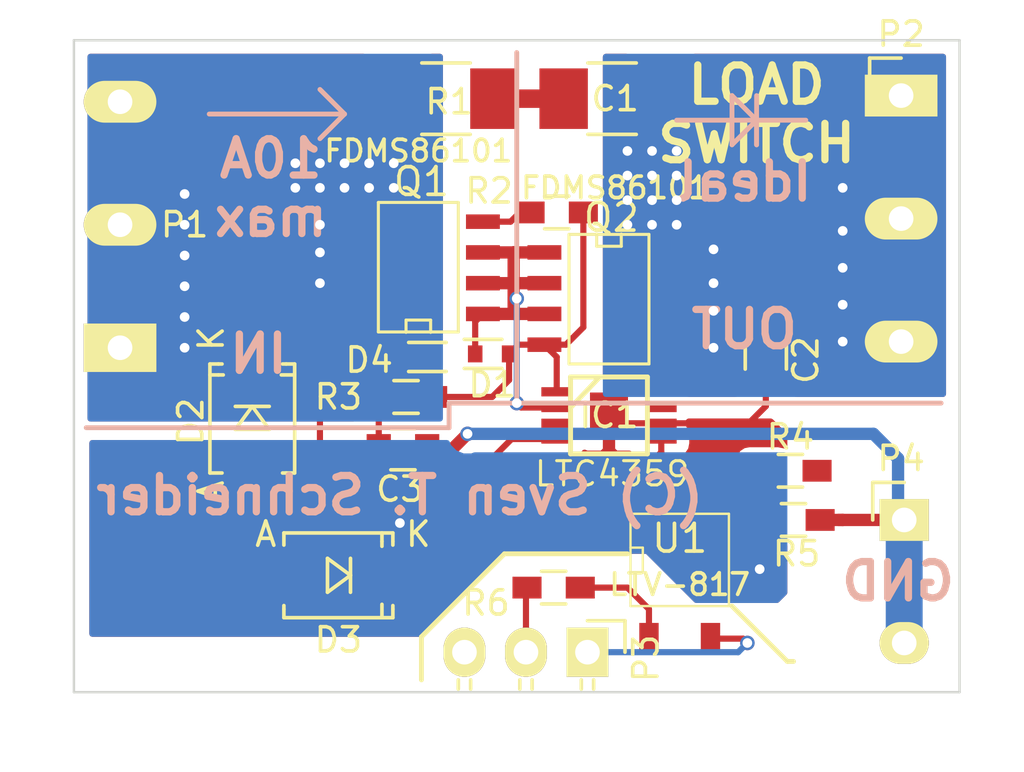
<source format=kicad_pcb>
(kicad_pcb (version 4) (host pcbnew 0.201511171411+6319~30~ubuntu15.10.1-product)

  (general
    (links 50)
    (no_connects 1)
    (area 144.316667 58.205 187.534334 91.141333)
    (thickness 1.6)
    (drawings 29)
    (tracks 256)
    (zones 0)
    (modules 21)
    (nets 16)
  )

  (page A4)
  (layers
    (0 F.Cu signal)
    (31 B.Cu signal)
    (32 B.Adhes user)
    (33 F.Adhes user)
    (34 B.Paste user)
    (35 F.Paste user)
    (36 B.SilkS user)
    (37 F.SilkS user)
    (38 B.Mask user)
    (39 F.Mask user)
    (40 Dwgs.User user)
    (41 Cmts.User user)
    (42 Eco1.User user)
    (43 Eco2.User user)
    (44 Edge.Cuts user)
    (45 Margin user)
    (46 B.CrtYd user)
    (47 F.CrtYd user)
    (48 B.Fab user)
    (49 F.Fab user)
  )

  (setup
    (last_trace_width 0.254)
    (user_trace_width 0.254)
    (user_trace_width 0.508)
    (user_trace_width 0.762)
    (user_trace_width 1.524)
    (user_trace_width 2.54)
    (trace_clearance 0.254)
    (zone_clearance 0.508)
    (zone_45_only no)
    (trace_min 0.2)
    (segment_width 0.2)
    (edge_width 0.1)
    (via_size 0.6)
    (via_drill 0.4)
    (via_min_size 0.4)
    (via_min_drill 0.3)
    (uvia_size 0.3)
    (uvia_drill 0.1)
    (uvias_allowed no)
    (uvia_min_size 0)
    (uvia_min_drill 0)
    (pcb_text_width 0.3)
    (pcb_text_size 1.5 1.5)
    (mod_edge_width 0.15)
    (mod_text_size 1 1)
    (mod_text_width 0.15)
    (pad_size 1.89 1.57)
    (pad_drill 0)
    (pad_to_mask_clearance 0)
    (aux_axis_origin 0 0)
    (visible_elements FFFFF77F)
    (pcbplotparams
      (layerselection 0x00030_80000001)
      (usegerberextensions false)
      (excludeedgelayer true)
      (linewidth 0.100000)
      (plotframeref false)
      (viasonmask false)
      (mode 1)
      (useauxorigin false)
      (hpglpennumber 1)
      (hpglpenspeed 20)
      (hpglpendiameter 15)
      (hpglpenoverlay 2)
      (psnegative false)
      (psa4output false)
      (plotreference true)
      (plotvalue true)
      (plotinvisibletext false)
      (padsonsilk false)
      (subtractmaskfromsilk false)
      (outputformat 1)
      (mirror false)
      (drillshape 1)
      (scaleselection 1)
      (outputdirectory ""))
  )

  (net 0 "")
  (net 1 /OUT)
  (net 2 "Net-(C1-Pad2)")
  (net 3 Vss)
  (net 4 "Net-(C3-Pad1)")
  (net 5 GND)
  (net 6 /GATE)
  (net 7 /SOURCE)
  (net 8 "Net-(D2-Pad1)")
  (net 9 /IN)
  (net 10 "Net-(P3-Pad2)")
  (net 11 "Net-(Q1-PadG)")
  (net 12 "Net-(P3-Pad1)")
  (net 13 "Net-(R6-Pad2)")
  (net 14 "Net-(IC1-Pad5)")
  (net 15 "Net-(R4-Pad2)")

  (net_class Default "Dies ist die voreingestellte Netzklasse."
    (clearance 0.254)
    (trace_width 0.254)
    (via_dia 0.6)
    (via_drill 0.4)
    (uvia_dia 0.3)
    (uvia_drill 0.1)
    (add_net "Net-(C1-Pad2)")
    (add_net "Net-(C3-Pad1)")
    (add_net "Net-(D2-Pad1)")
    (add_net "Net-(IC1-Pad5)")
    (add_net "Net-(P3-Pad1)")
    (add_net "Net-(P3-Pad2)")
    (add_net "Net-(Q1-PadG)")
    (add_net "Net-(R4-Pad2)")
    (add_net "Net-(R6-Pad2)")
    (add_net Vss)
  )

  (net_class GND ""
    (clearance 0.508)
    (trace_width 0.254)
    (via_dia 0.6)
    (via_drill 0.4)
    (uvia_dia 0.3)
    (uvia_drill 0.1)
    (add_net GND)
  )

  (net_class "Vcc Side" ""
    (clearance 0.254)
    (trace_width 0.254)
    (via_dia 0.6)
    (via_drill 0.4)
    (uvia_dia 0.3)
    (uvia_drill 0.1)
    (add_net /GATE)
    (add_net /IN)
    (add_net /OUT)
    (add_net /SOURCE)
  )

  (module Pin_Headers:Pin_Header_Angled_1x03 (layer F.Cu) (tedit 56613657) (tstamp 564C77A9)
    (at 169.037 85.725 270)
    (descr "Through hole pin header")
    (tags "pin header")
    (path /56499CAE)
    (fp_text reference P3 (at 0.254 -2.413 270) (layer F.SilkS)
      (effects (font (size 1 1) (thickness 0.15)))
    )
    (fp_text value CONN_01X02 (at 0 -3.1 270) (layer F.Fab)
      (effects (font (size 1 1) (thickness 0.15)))
    )
    (fp_line (start -1.3 -1.55) (end -1.3 0) (layer F.SilkS) (width 0.15))
    (fp_line (start 0 -1.55) (end -1.3 -1.55) (layer F.SilkS) (width 0.15))
    (fp_line (start 1.524 -0.254) (end 1.143 -0.254) (layer F.SilkS) (width 0.15))
    (fp_line (start 1.524 0.254) (end 1.143 0.254) (layer F.SilkS) (width 0.15))
    (fp_line (start 1.524 2.286) (end 1.143 2.286) (layer F.SilkS) (width 0.15))
    (fp_line (start 1.524 2.794) (end 1.143 2.794) (layer F.SilkS) (width 0.15))
    (fp_line (start 1.524 4.826) (end 1.143 4.826) (layer F.SilkS) (width 0.15))
    (fp_line (start 1.524 5.334) (end 1.143 5.334) (layer F.SilkS) (width 0.15))
    (pad 1 thru_hole rect (at 0 0 270) (size 2.032 1.7272) (drill 1.016) (layers *.Cu *.Mask F.SilkS)
      (net 12 "Net-(P3-Pad1)"))
    (pad 2 thru_hole oval (at 0 2.54 270) (size 2.032 1.7272) (drill 1.016) (layers *.Cu *.Mask F.SilkS)
      (net 10 "Net-(P3-Pad2)"))
    (pad 3 thru_hole oval (at 0 5.08 270) (size 2.032 1.7272) (drill 1.016) (layers *.Cu *.Mask F.SilkS))
    (model Pin_Headers.3dshapes/Pin_Header_Angled_1x03.wrl
      (at (xyz 0 -0.1 0))
      (scale (xyz 1 1 1))
      (rotate (xyz 0 0 90))
    )
  )

  (module Pin_Headers:Pin_Header_Angled_1x05 (layer F.Cu) (tedit 564C8B4D) (tstamp 564C77A2)
    (at 181.991 62.738)
    (descr "Through hole pin header")
    (tags "pin header")
    (path /56499881)
    (zone_connect 2)
    (fp_text reference P2 (at 0 -2.54) (layer F.SilkS)
      (effects (font (size 1 1) (thickness 0.15)))
    )
    (fp_text value CONN_01X03 (at 0 -3.1) (layer F.Fab)
      (effects (font (size 1 1) (thickness 0.15)))
    )
    (fp_line (start -1.3 -1.55) (end -1.3 0) (layer F.SilkS) (width 0.15))
    (fp_line (start 0 -1.55) (end -1.3 -1.55) (layer F.SilkS) (width 0.15))
    (pad 1 thru_hole rect (at 0 0) (size 3 1.7272) (drill 1.016) (layers *.Cu *.Mask F.SilkS)
      (net 1 /OUT) (zone_connect 2))
    (pad 2 thru_hole oval (at 0 5.08) (size 3 1.7272) (drill 1.016) (layers *.Cu *.Mask F.SilkS)
      (net 1 /OUT) (zone_connect 2))
    (pad 3 thru_hole oval (at 0 10.16) (size 3 1.7272) (drill 1.016) (layers *.Cu *.Mask F.SilkS)
      (net 1 /OUT) (zone_connect 2))
    (model Pin_Headers.3dshapes/Pin_Header_Angled_1x05.wrl
      (at (xyz 0 -0.2 0))
      (scale (xyz 1 1 1))
      (rotate (xyz 0 0 90))
    )
  )

  (module Pin_Headers:Pin_Header_Angled_1x05 (layer F.Cu) (tedit 564C8B1B) (tstamp 564C7799)
    (at 149.733 73.152 180)
    (descr "Through hole pin header")
    (tags "pin header")
    (path /564997CD)
    (zone_connect 2)
    (fp_text reference P1 (at -2.667 5.08 180) (layer F.SilkS)
      (effects (font (size 1 1) (thickness 0.15)))
    )
    (fp_text value CONN_01X03 (at 0 -3.1 180) (layer F.Fab)
      (effects (font (size 1 1) (thickness 0.15)))
    )
    (pad 1 thru_hole rect (at 0 0 180) (size 3 2) (drill 1.016) (layers *.Cu *.Mask F.SilkS)
      (net 9 /IN) (zone_connect 2))
    (pad 2 thru_hole oval (at 0 5.08 180) (size 3 1.7272) (drill 1.016) (layers *.Cu *.Mask F.SilkS)
      (net 9 /IN) (zone_connect 2))
    (pad 3 thru_hole oval (at 0 10.16 180) (size 3 1.7272) (drill 1.016) (layers *.Cu *.Mask F.SilkS)
      (net 9 /IN) (zone_connect 2))
    (model Pin_Headers.3dshapes/Pin_Header_Angled_1x05.wrl
      (at (xyz 0 -0.2 0))
      (scale (xyz 1 1 1))
      (rotate (xyz 0 0 90))
    )
  )

  (module Pin_Headers:Pin_Header_Angled_1x03 (layer F.Cu) (tedit 564C7D03) (tstamp 564C77B0)
    (at 182.118 80.264)
    (descr "Through hole pin header")
    (tags "pin header")
    (path /5649A1A0)
    (fp_text reference P4 (at -0.127 -2.54) (layer F.SilkS)
      (effects (font (size 1 1) (thickness 0.15)))
    )
    (fp_text value CONN_01X02 (at 0 -3.1) (layer F.Fab)
      (effects (font (size 1 1) (thickness 0.15)))
    )
    (fp_line (start -1.3 -1.55) (end -1.3 0) (layer F.SilkS) (width 0.15))
    (fp_line (start 0 -1.55) (end -1.3 -1.55) (layer F.SilkS) (width 0.15))
    (pad 1 thru_hole rect (at 0 0) (size 2.032 1.7272) (drill 1.016) (layers *.Cu *.Mask F.SilkS)
      (net 5 GND))
    (pad 2 thru_hole oval (at 0 5.08) (size 2.032 1.7272) (drill 1.016) (layers *.Cu *.Mask F.SilkS)
      (net 5 GND))
    (model Pin_Headers.3dshapes/Pin_Header_Angled_1x03.wrl
      (at (xyz 0 -0.1 0))
      (scale (xyz 1 1 1))
      (rotate (xyz 0 0 90))
    )
  )

  (module Diodes_SMD:SMA-SMB_Universal_Handsoldering (layer F.Cu) (tedit 564C7C4C) (tstamp 564C777D)
    (at 158.75 82.55 180)
    (descr "Diode, Universal, SMA, SMB, Handsoldering,")
    (tags "Diode Universal SMA SMB Handsoldering ")
    (path /5649A4E2)
    (attr smd)
    (fp_text reference D3 (at 0 -2.667 180) (layer F.SilkS)
      (effects (font (size 1 1) (thickness 0.15)))
    )
    (fp_text value SMAJ24A (at 0 3.81 180) (layer F.Fab)
      (effects (font (size 1 1) (thickness 0.15)))
    )
    (fp_line (start -0.49958 0) (end 0.45038 -0.70104) (layer F.SilkS) (width 0.15))
    (fp_line (start 0.45038 -0.70104) (end 0.45038 0.70104) (layer F.SilkS) (width 0.15))
    (fp_line (start 0.45038 0.70104) (end -0.49958 0) (layer F.SilkS) (width 0.15))
    (fp_line (start -0.49958 -0.70104) (end -0.49958 0.70104) (layer F.SilkS) (width 0.15))
    (fp_line (start -2.25044 1.39954) (end -2.25044 1.24968) (layer F.SilkS) (width 0.15))
    (fp_line (start -2.25044 -1.39954) (end -2.25044 -1.24968) (layer F.SilkS) (width 0.15))
    (fp_line (start -1.79914 1.39954) (end -1.79914 1.19888) (layer F.SilkS) (width 0.15))
    (fp_line (start 2.25044 1.34874) (end 2.25044 1.24968) (layer F.SilkS) (width 0.15))
    (fp_line (start -1.79914 -1.34874) (end -1.79914 -1.19888) (layer F.SilkS) (width 0.15))
    (fp_line (start 2.25044 -1.39954) (end 2.25044 -1.24968) (layer F.SilkS) (width 0.15))
    (fp_text user K (at -3.3 1.7 180) (layer F.SilkS)
      (effects (font (size 1 1) (thickness 0.15)))
    )
    (fp_text user A (at 2.99974 1.69926 180) (layer F.SilkS)
      (effects (font (size 1 1) (thickness 0.15)))
    )
    (fp_line (start -1.79914 1.75006) (end -1.79914 1.39954) (layer F.SilkS) (width 0.15))
    (fp_line (start -1.79914 -1.75006) (end -1.79914 -1.39954) (layer F.SilkS) (width 0.15))
    (fp_line (start 2.25044 1.75006) (end 2.25044 1.39954) (layer F.SilkS) (width 0.15))
    (fp_line (start -2.25044 1.75006) (end -2.25044 1.39954) (layer F.SilkS) (width 0.15))
    (fp_line (start -2.25044 -1.75006) (end -2.25044 -1.39954) (layer F.SilkS) (width 0.15))
    (fp_line (start 2.25044 -1.75006) (end 2.25044 -1.39954) (layer F.SilkS) (width 0.15))
    (fp_line (start -2.25044 1.75006) (end 2.25044 1.75006) (layer F.SilkS) (width 0.15))
    (fp_line (start -2.25044 -1.75006) (end 2.25044 -1.75006) (layer F.SilkS) (width 0.15))
    (pad 2 smd trapezoid (at -2.90068 0 180) (size 3.60172 1.69926) (rect_delta 0.59944 0 ) (layers F.Cu F.Paste F.Mask)
      (net 3 Vss))
    (pad 1 smd trapezoid (at 2.90068 0) (size 3.60172 1.69926) (rect_delta 0.59944 0 ) (layers F.Cu F.Paste F.Mask)
      (net 8 "Net-(D2-Pad1)"))
    (model Diodes_SMD.3dshapes/SMA-SMB_Universal_Handsoldering.wrl
      (at (xyz 0 0 0))
      (scale (xyz 0.3937 0.3937 0.3937))
      (rotate (xyz 0 0 180))
    )
  )

  (module Diodes_SMD:SMA-SMB_Universal_Handsoldering (layer F.Cu) (tedit 564C9746) (tstamp 564C7777)
    (at 155.194 76.073 270)
    (descr "Diode, Universal, SMA, SMB, Handsoldering,")
    (tags "Diode Universal SMA SMB Handsoldering ")
    (path /5649A488)
    (attr smd)
    (fp_text reference D2 (at 0.127 2.54 270) (layer F.SilkS)
      (effects (font (size 1 1) (thickness 0.15)))
    )
    (fp_text value SMAJ58A (at 0 3.81 270) (layer F.Fab)
      (effects (font (size 1 1) (thickness 0.15)))
    )
    (fp_line (start -0.49958 0) (end 0.45038 -0.70104) (layer F.SilkS) (width 0.15))
    (fp_line (start 0.45038 -0.70104) (end 0.45038 0.70104) (layer F.SilkS) (width 0.15))
    (fp_line (start 0.45038 0.70104) (end -0.49958 0) (layer F.SilkS) (width 0.15))
    (fp_line (start -0.49958 -0.70104) (end -0.49958 0.70104) (layer F.SilkS) (width 0.15))
    (fp_line (start -2.25044 1.39954) (end -2.25044 1.24968) (layer F.SilkS) (width 0.15))
    (fp_line (start -2.25044 -1.39954) (end -2.25044 -1.24968) (layer F.SilkS) (width 0.15))
    (fp_line (start -1.79914 1.39954) (end -1.79914 1.19888) (layer F.SilkS) (width 0.15))
    (fp_line (start 2.25044 1.34874) (end 2.25044 1.24968) (layer F.SilkS) (width 0.15))
    (fp_line (start -1.79914 -1.34874) (end -1.79914 -1.19888) (layer F.SilkS) (width 0.15))
    (fp_line (start 2.25044 -1.39954) (end 2.25044 -1.24968) (layer F.SilkS) (width 0.15))
    (fp_text user K (at -3.3 1.7 270) (layer F.SilkS)
      (effects (font (size 1 1) (thickness 0.15)))
    )
    (fp_text user A (at 2.99974 1.69926 270) (layer F.SilkS)
      (effects (font (size 1 1) (thickness 0.15)))
    )
    (fp_line (start -1.79914 1.75006) (end -1.79914 1.39954) (layer F.SilkS) (width 0.15))
    (fp_line (start -1.79914 -1.75006) (end -1.79914 -1.39954) (layer F.SilkS) (width 0.15))
    (fp_line (start 2.25044 1.75006) (end 2.25044 1.39954) (layer F.SilkS) (width 0.15))
    (fp_line (start -2.25044 1.75006) (end -2.25044 1.39954) (layer F.SilkS) (width 0.15))
    (fp_line (start -2.25044 -1.75006) (end -2.25044 -1.39954) (layer F.SilkS) (width 0.15))
    (fp_line (start 2.25044 -1.75006) (end 2.25044 -1.39954) (layer F.SilkS) (width 0.15))
    (fp_line (start -2.25044 1.75006) (end 2.25044 1.75006) (layer F.SilkS) (width 0.15))
    (fp_line (start -2.25044 -1.75006) (end 2.25044 -1.75006) (layer F.SilkS) (width 0.15))
    (pad 2 smd trapezoid (at -2.90068 0 270) (size 3.60172 1.69926) (rect_delta 0.59944 0 ) (layers F.Cu F.Paste F.Mask)
      (net 9 /IN))
    (pad 1 smd trapezoid (at 2.90068 0 90) (size 3.60172 1.69926) (rect_delta 0.59944 0 ) (layers F.Cu F.Paste F.Mask)
      (net 8 "Net-(D2-Pad1)"))
    (model Diodes_SMD.3dshapes/SMA-SMB_Universal_Handsoldering.wrl
      (at (xyz 0 0 0))
      (scale (xyz 0.3937 0.3937 0.3937))
      (rotate (xyz 0 0 180))
    )
  )

  (module Capacitors_SMD:C_1210_HandSoldering (layer F.Cu) (tedit 565D4C95) (tstamp 564C7759)
    (at 170.053 62.865 180)
    (descr "Capacitor SMD 1210, hand soldering")
    (tags "capacitor 1210")
    (path /56499682)
    (attr smd)
    (fp_text reference C1 (at -0.127 0 180) (layer F.SilkS)
      (effects (font (size 1 1) (thickness 0.15)))
    )
    (fp_text value 10n (at 0 2.7 180) (layer F.Fab)
      (effects (font (size 1 1) (thickness 0.15)))
    )
    (fp_line (start -3.3 -1.6) (end 3.3 -1.6) (layer F.CrtYd) (width 0.05))
    (fp_line (start -3.3 1.6) (end 3.3 1.6) (layer F.CrtYd) (width 0.05))
    (fp_line (start -3.3 -1.6) (end -3.3 1.6) (layer F.CrtYd) (width 0.05))
    (fp_line (start 3.3 -1.6) (end 3.3 1.6) (layer F.CrtYd) (width 0.05))
    (fp_line (start 1 -1.475) (end -1 -1.475) (layer F.SilkS) (width 0.15))
    (fp_line (start -1 1.475) (end 1 1.475) (layer F.SilkS) (width 0.15))
    (pad 1 smd rect (at -2 0 180) (size 2 2.5) (layers F.Cu F.Paste F.Mask)
      (net 1 /OUT))
    (pad 2 smd rect (at 2 0 180) (size 2 2.5) (layers F.Cu F.Paste F.Mask)
      (net 2 "Net-(C1-Pad2)"))
    (model Capacitors_SMD.3dshapes/C_1210_HandSoldering.wrl
      (at (xyz 0 0 0))
      (scale (xyz 1 1 1))
      (rotate (xyz 0 0 0))
    )
  )

  (module Capacitors_SMD:C_0805 (layer F.Cu) (tedit 564C976D) (tstamp 564C775F)
    (at 176.403 73.533 270)
    (descr "Capacitor SMD 0805, reflow soldering, AVX (see smccp.pdf)")
    (tags "capacitor 0805")
    (path /56499382)
    (attr smd)
    (fp_text reference C2 (at 0.127 -1.651 270) (layer F.SilkS)
      (effects (font (size 1 1) (thickness 0.15)))
    )
    (fp_text value 2µ2 (at 0 2.1 270) (layer F.Fab)
      (effects (font (size 1 1) (thickness 0.15)))
    )
    (fp_line (start -1.8 -1) (end 1.8 -1) (layer F.CrtYd) (width 0.05))
    (fp_line (start -1.8 1) (end 1.8 1) (layer F.CrtYd) (width 0.05))
    (fp_line (start -1.8 -1) (end -1.8 1) (layer F.CrtYd) (width 0.05))
    (fp_line (start 1.8 -1) (end 1.8 1) (layer F.CrtYd) (width 0.05))
    (fp_line (start 0.5 -0.85) (end -0.5 -0.85) (layer F.SilkS) (width 0.15))
    (fp_line (start -0.5 0.85) (end 0.5 0.85) (layer F.SilkS) (width 0.15))
    (pad 1 smd rect (at -1 0 270) (size 1 1.25) (layers F.Cu F.Paste F.Mask)
      (net 1 /OUT))
    (pad 2 smd rect (at 1 0 270) (size 1 1.25) (layers F.Cu F.Paste F.Mask)
      (net 3 Vss))
    (model Capacitors_SMD.3dshapes/C_0805.wrl
      (at (xyz 0 0 0))
      (scale (xyz 1 1 1))
      (rotate (xyz 0 0 0))
    )
  )

  (module Capacitors_SMD:C_0805 (layer F.Cu) (tedit 564C973D) (tstamp 564C7765)
    (at 161.417 77.343)
    (descr "Capacitor SMD 0805, reflow soldering, AVX (see smccp.pdf)")
    (tags "capacitor 0805")
    (path /564991B7)
    (attr smd)
    (fp_text reference C3 (at -0.127 1.651) (layer F.SilkS)
      (effects (font (size 1 1) (thickness 0.15)))
    )
    (fp_text value 10n (at 0 2.1) (layer F.Fab)
      (effects (font (size 1 1) (thickness 0.15)))
    )
    (fp_line (start -1.8 -1) (end 1.8 -1) (layer F.CrtYd) (width 0.05))
    (fp_line (start -1.8 1) (end 1.8 1) (layer F.CrtYd) (width 0.05))
    (fp_line (start -1.8 -1) (end -1.8 1) (layer F.CrtYd) (width 0.05))
    (fp_line (start 1.8 -1) (end 1.8 1) (layer F.CrtYd) (width 0.05))
    (fp_line (start 0.5 -0.85) (end -0.5 -0.85) (layer F.SilkS) (width 0.15))
    (fp_line (start -0.5 0.85) (end 0.5 0.85) (layer F.SilkS) (width 0.15))
    (pad 1 smd rect (at -1 0) (size 1 1.25) (layers F.Cu F.Paste F.Mask)
      (net 4 "Net-(C3-Pad1)"))
    (pad 2 smd rect (at 1 0) (size 1 1.25) (layers F.Cu F.Paste F.Mask)
      (net 5 GND))
    (model Capacitors_SMD.3dshapes/C_0805.wrl
      (at (xyz 0 0 0))
      (scale (xyz 1 1 1))
      (rotate (xyz 0 0 0))
    )
  )

  (module Diodes_SMD:SOD-523 (layer F.Cu) (tedit 564C973A) (tstamp 564C7771)
    (at 165.1 73.406 180)
    (descr "http://www.diodes.com/datasheets/ap02001.pdf p.144")
    (tags "Diode SOD523")
    (path /5649A248)
    (attr smd)
    (fp_text reference D1 (at 0 -1.27 180) (layer F.SilkS)
      (effects (font (size 1 1) (thickness 0.15)))
    )
    (fp_text value DDZ9699T (at 0 1.7 180) (layer F.Fab)
      (effects (font (size 1 1) (thickness 0.15)))
    )
    (fp_line (start -0.4 0.6) (end 1.15 0.6) (layer F.SilkS) (width 0.15))
    (fp_line (start -0.4 -0.6) (end 1.15 -0.6) (layer F.SilkS) (width 0.15))
    (pad 2 smd rect (at -0.7 0 180) (size 0.6 0.7) (layers F.Cu F.Paste F.Mask)
      (net 6 /GATE))
    (pad 1 smd rect (at 0.7 0 180) (size 0.6 0.7) (layers F.Cu F.Paste F.Mask)
      (net 7 /SOURCE))
  )

  (module Diodes_SMD:SOD-523 (layer F.Cu) (tedit 564C972F) (tstamp 564C7783)
    (at 162.052 73.533)
    (descr "http://www.diodes.com/datasheets/ap02001.pdf p.144")
    (tags "Diode SOD523")
    (path /56499032)
    (attr smd)
    (fp_text reference D4 (at -2.032 0.127) (layer F.SilkS)
      (effects (font (size 1 1) (thickness 0.15)))
    )
    (fp_text value BAS521 (at 0 1.7) (layer F.Fab)
      (effects (font (size 1 1) (thickness 0.15)))
    )
    (fp_line (start -0.4 0.6) (end 1.15 0.6) (layer F.SilkS) (width 0.15))
    (fp_line (start -0.4 -0.6) (end 1.15 -0.6) (layer F.SilkS) (width 0.15))
    (pad 2 smd rect (at -0.7 0) (size 0.6 0.7) (layers F.Cu F.Paste F.Mask)
      (net 4 "Net-(C3-Pad1)"))
    (pad 1 smd rect (at 0.7 0) (size 0.6 0.7) (layers F.Cu F.Paste F.Mask)
      (net 6 /GATE))
  )

  (module toni:MSOP-8_power_pad (layer F.Cu) (tedit 565D4CA0) (tstamp 564C7790)
    (at 169.926 75.946 270)
    (path /5649895E)
    (fp_text reference IC1 (at 0 0 360) (layer F.SilkS)
      (effects (font (size 1.00076 1.00076) (thickness 0.1524)))
    )
    (fp_text value LTC4359 (at 2.413 -0.127 360) (layer F.SilkS)
      (effects (font (size 1.00076 1.00076) (thickness 0.127)))
    )
    (fp_line (start -0.3175 1.5875) (end -1.5875 0.381) (layer F.SilkS) (width 0.2032))
    (fp_line (start -1.5875 1.5875) (end 1.5875 1.5875) (layer F.SilkS) (width 0.2032))
    (fp_line (start 1.5875 1.5875) (end 1.5875 -1.5875) (layer F.SilkS) (width 0.2032))
    (fp_line (start 1.5875 -1.5875) (end -1.5875 -1.5875) (layer F.SilkS) (width 0.2032))
    (fp_line (start -1.5875 -1.5875) (end -1.5875 1.5875) (layer F.SilkS) (width 0.2032))
    (pad 1 smd rect (at -0.97536 2.159 270) (size 0.381 1.27) (layers F.Cu F.Paste F.Mask)
      (net 6 /GATE))
    (pad 2 smd rect (at -0.32512 2.159 270) (size 0.381 1.27) (layers F.Cu F.Paste F.Mask)
      (net 7 /SOURCE))
    (pad 3 smd rect (at 0.32512 2.159 270) (size 0.381 1.27) (layers F.Cu F.Paste F.Mask))
    (pad 4 smd rect (at 0.97536 2.159 270) (size 0.381 1.27) (layers F.Cu F.Paste F.Mask)
      (net 9 /IN))
    (pad 5 smd rect (at 0.97536 -2.159 270) (size 0.381 1.27) (layers F.Cu F.Paste F.Mask)
      (net 14 "Net-(IC1-Pad5)"))
    (pad 6 smd rect (at 0.32512 -2.159 270) (size 0.381 1.27) (layers F.Cu F.Paste F.Mask)
      (net 3 Vss))
    (pad 7 smd rect (at -0.32512 -2.159 270) (size 0.381 1.27) (layers F.Cu F.Paste F.Mask))
    (pad 8 smd rect (at -0.97536 -2.159 270) (size 0.381 1.27) (layers F.Cu F.Paste F.Mask)
      (net 1 /OUT))
    (pad 9 smd rect (at 0 0 270) (size 1.89 1.57) (layers F.Cu F.Paste F.Mask)
      (net 3 Vss))
    (model smd/MSOP_8.wrl
      (at (xyz 0 0 0.001))
      (scale (xyz 0.3937 0.3937 0.3937))
      (rotate (xyz 0 0 0))
    )
  )

  (module Resistors_SMD:R_1210_HandSoldering (layer F.Cu) (tedit 565D4C92) (tstamp 564C77D0)
    (at 163.195 62.865 180)
    (descr "Resistor SMD 1210, hand soldering")
    (tags "resistor 1210")
    (path /56499548)
    (attr smd)
    (fp_text reference R1 (at -0.127 -0.127 180) (layer F.SilkS)
      (effects (font (size 1 1) (thickness 0.15)))
    )
    (fp_text value 100 (at 0 2.7 180) (layer F.Fab)
      (effects (font (size 1 1) (thickness 0.15)))
    )
    (fp_line (start -3.3 -1.6) (end 3.3 -1.6) (layer F.CrtYd) (width 0.05))
    (fp_line (start -3.3 1.6) (end 3.3 1.6) (layer F.CrtYd) (width 0.05))
    (fp_line (start -3.3 -1.6) (end -3.3 1.6) (layer F.CrtYd) (width 0.05))
    (fp_line (start 3.3 -1.6) (end 3.3 1.6) (layer F.CrtYd) (width 0.05))
    (fp_line (start 1 1.475) (end -1 1.475) (layer F.SilkS) (width 0.15))
    (fp_line (start -1 -1.475) (end 1 -1.475) (layer F.SilkS) (width 0.15))
    (pad 1 smd rect (at -2 0 180) (size 2 2.5) (layers F.Cu F.Paste F.Mask)
      (net 2 "Net-(C1-Pad2)"))
    (pad 2 smd rect (at 2 0 180) (size 2 2.5) (layers F.Cu F.Paste F.Mask)
      (net 9 /IN))
    (model Resistors_SMD.3dshapes/R_1210_HandSoldering.wrl
      (at (xyz 0 0 0))
      (scale (xyz 1 1 1))
      (rotate (xyz 0 0 0))
    )
  )

  (module toni:SO8_WITH_EP (layer F.Cu) (tedit 564C78BF) (tstamp 564C7970)
    (at 162.052 69.85 90)
    (descr SO8_power_pak)
    (tags SMD_power_pak)
    (path /564989D8)
    (zone_connect 2)
    (attr smd)
    (fp_text reference Q1 (at 3.556 0.127 180) (layer F.SilkS)
      (effects (font (size 1.143 1.143) (thickness 0.1524)))
    )
    (fp_text value FDMS86101 (at 4.826 0 180) (layer F.SilkS)
      (effects (font (size 0.889 0.889) (thickness 0.1524)))
    )
    (fp_line (start 2.70002 1.651) (end -2.64922 1.651) (layer F.SilkS) (width 0.127))
    (fp_line (start -2.64922 -1.651) (end 2.70002 -1.651) (layer F.SilkS) (width 0.127))
    (fp_line (start 2.70002 -1.651) (end 2.70002 1.651) (layer F.SilkS) (width 0.127))
    (fp_line (start -2.64922 -1.651) (end -2.64922 1.651) (layer F.SilkS) (width 0.127))
    (fp_line (start -2.667 -0.508) (end -2.159 -0.508) (layer F.SilkS) (width 0.127))
    (fp_line (start -2.159 -0.508) (end -2.159 0.508) (layer F.SilkS) (width 0.127))
    (fp_line (start -2.159 0.508) (end -2.667 0.508) (layer F.SilkS) (width 0.127))
    (pad D smd rect (at -1.905 -2.667 90) (size 0.59944 1.39954) (layers F.Cu F.Paste F.Mask)
      (net 9 /IN) (zone_connect 2))
    (pad S smd rect (at -1.905 2.667 90) (size 0.59944 1.39954) (layers F.Cu F.Paste F.Mask)
      (net 7 /SOURCE) (zone_connect 2))
    (pad D smd rect (at -0.635 -2.667 90) (size 0.59944 1.39954) (layers F.Cu F.Paste F.Mask)
      (net 9 /IN) (zone_connect 2))
    (pad D smd rect (at 0.635 -2.667 90) (size 0.59944 1.39954) (layers F.Cu F.Paste F.Mask)
      (net 9 /IN) (zone_connect 2))
    (pad D smd rect (at 1.905 -2.667 90) (size 0.59944 1.39954) (layers F.Cu F.Paste F.Mask)
      (net 9 /IN) (zone_connect 2))
    (pad S smd rect (at -0.635 2.667 90) (size 0.59944 1.39954) (layers F.Cu F.Paste F.Mask)
      (net 7 /SOURCE) (zone_connect 2))
    (pad S smd rect (at 0.635 2.667 90) (size 0.59944 1.39954) (layers F.Cu F.Paste F.Mask)
      (net 7 /SOURCE) (zone_connect 2))
    (pad G smd rect (at 1.905 2.667 90) (size 0.59944 1.39954) (layers F.Cu F.Paste F.Mask)
      (net 11 "Net-(Q1-PadG)") (zone_connect 2))
    (pad D smd rect (at 0 -1.27 90) (size 4.0005 2.79908) (layers F.Cu F.Paste F.Mask)
      (net 9 /IN) (zone_connect 2))
  )

  (module toni:SO8_WITH_EP (layer F.Cu) (tedit 564C78B9) (tstamp 564C797C)
    (at 169.926 71.12 270)
    (descr SO8_power_pak)
    (tags SMD_power_pak)
    (path /56498A65)
    (zone_connect 2)
    (attr smd)
    (fp_text reference Q2 (at -3.35026 -0.09906 360) (layer F.SilkS)
      (effects (font (size 1.143 1.143) (thickness 0.1524)))
    )
    (fp_text value FDMS86101 (at -4.572 -0.254 360) (layer F.SilkS)
      (effects (font (size 0.889 0.889) (thickness 0.1524)))
    )
    (fp_line (start 2.70002 1.651) (end -2.64922 1.651) (layer F.SilkS) (width 0.127))
    (fp_line (start -2.64922 -1.651) (end 2.70002 -1.651) (layer F.SilkS) (width 0.127))
    (fp_line (start 2.70002 -1.651) (end 2.70002 1.651) (layer F.SilkS) (width 0.127))
    (fp_line (start -2.64922 -1.651) (end -2.64922 1.651) (layer F.SilkS) (width 0.127))
    (fp_line (start -2.667 -0.508) (end -2.159 -0.508) (layer F.SilkS) (width 0.127))
    (fp_line (start -2.159 -0.508) (end -2.159 0.508) (layer F.SilkS) (width 0.127))
    (fp_line (start -2.159 0.508) (end -2.667 0.508) (layer F.SilkS) (width 0.127))
    (pad D smd rect (at -1.905 -2.667 270) (size 0.59944 1.39954) (layers F.Cu F.Paste F.Mask)
      (net 1 /OUT) (zone_connect 2))
    (pad S smd rect (at -1.905 2.667 270) (size 0.59944 1.39954) (layers F.Cu F.Paste F.Mask)
      (net 7 /SOURCE) (zone_connect 2))
    (pad D smd rect (at -0.635 -2.667 270) (size 0.59944 1.39954) (layers F.Cu F.Paste F.Mask)
      (net 1 /OUT) (zone_connect 2))
    (pad D smd rect (at 0.635 -2.667 270) (size 0.59944 1.39954) (layers F.Cu F.Paste F.Mask)
      (net 1 /OUT) (zone_connect 2))
    (pad D smd rect (at 1.905 -2.667 270) (size 0.59944 1.39954) (layers F.Cu F.Paste F.Mask)
      (net 1 /OUT) (zone_connect 2))
    (pad S smd rect (at -0.635 2.667 270) (size 0.59944 1.39954) (layers F.Cu F.Paste F.Mask)
      (net 7 /SOURCE) (zone_connect 2))
    (pad S smd rect (at 0.635 2.667 270) (size 0.59944 1.39954) (layers F.Cu F.Paste F.Mask)
      (net 7 /SOURCE) (zone_connect 2))
    (pad G smd rect (at 1.905 2.667 270) (size 0.59944 1.39954) (layers F.Cu F.Paste F.Mask)
      (net 6 /GATE) (zone_connect 2))
    (pad D smd rect (at 0 -1.27 270) (size 4.0005 2.79908) (layers F.Cu F.Paste F.Mask)
      (net 1 /OUT) (zone_connect 2))
  )

  (module Resistors_SMD:R_0603_HandSoldering (layer F.Cu) (tedit 565D4C8C) (tstamp 564C7B02)
    (at 167.767 67.564)
    (descr "Resistor SMD 0603, hand soldering")
    (tags "resistor 0603")
    (path /56498B2D)
    (attr smd)
    (fp_text reference R2 (at -2.794 -0.889) (layer F.SilkS)
      (effects (font (size 1 1) (thickness 0.15)))
    )
    (fp_text value 10 (at 0 1.9) (layer F.Fab)
      (effects (font (size 1 1) (thickness 0.15)))
    )
    (fp_line (start -2 -0.8) (end 2 -0.8) (layer F.CrtYd) (width 0.05))
    (fp_line (start -2 0.8) (end 2 0.8) (layer F.CrtYd) (width 0.05))
    (fp_line (start -2 -0.8) (end -2 0.8) (layer F.CrtYd) (width 0.05))
    (fp_line (start 2 -0.8) (end 2 0.8) (layer F.CrtYd) (width 0.05))
    (fp_line (start 0.5 0.675) (end -0.5 0.675) (layer F.SilkS) (width 0.15))
    (fp_line (start -0.5 -0.675) (end 0.5 -0.675) (layer F.SilkS) (width 0.15))
    (pad 1 smd rect (at -1.1 0) (size 1.2 0.9) (layers F.Cu F.Paste F.Mask)
      (net 11 "Net-(Q1-PadG)"))
    (pad 2 smd rect (at 1.1 0) (size 1.2 0.9) (layers F.Cu F.Paste F.Mask)
      (net 6 /GATE))
    (model Resistors_SMD.3dshapes/R_0603_HandSoldering.wrl
      (at (xyz 0 0 0))
      (scale (xyz 1 1 1))
      (rotate (xyz 0 0 0))
    )
  )

  (module Resistors_SMD:R_0603_HandSoldering (layer F.Cu) (tedit 564C9748) (tstamp 564C7B07)
    (at 161.544 75.184)
    (descr "Resistor SMD 0603, hand soldering")
    (tags "resistor 0603")
    (path /56498FBD)
    (attr smd)
    (fp_text reference R3 (at -2.794 0) (layer F.SilkS)
      (effects (font (size 1 1) (thickness 0.15)))
    )
    (fp_text value 10k (at 0 1.9) (layer F.Fab)
      (effects (font (size 1 1) (thickness 0.15)))
    )
    (fp_line (start -2 -0.8) (end 2 -0.8) (layer F.CrtYd) (width 0.05))
    (fp_line (start -2 0.8) (end 2 0.8) (layer F.CrtYd) (width 0.05))
    (fp_line (start -2 -0.8) (end -2 0.8) (layer F.CrtYd) (width 0.05))
    (fp_line (start 2 -0.8) (end 2 0.8) (layer F.CrtYd) (width 0.05))
    (fp_line (start 0.5 0.675) (end -0.5 0.675) (layer F.SilkS) (width 0.15))
    (fp_line (start -0.5 -0.675) (end 0.5 -0.675) (layer F.SilkS) (width 0.15))
    (pad 1 smd rect (at -1.1 0) (size 1.2 0.9) (layers F.Cu F.Paste F.Mask)
      (net 4 "Net-(C3-Pad1)"))
    (pad 2 smd rect (at 1.1 0) (size 1.2 0.9) (layers F.Cu F.Paste F.Mask)
      (net 6 /GATE))
    (model Resistors_SMD.3dshapes/R_0603_HandSoldering.wrl
      (at (xyz 0 0 0))
      (scale (xyz 1 1 1))
      (rotate (xyz 0 0 0))
    )
  )

  (module Resistors_SMD:R_0603_HandSoldering (layer F.Cu) (tedit 56613642) (tstamp 564C7B0C)
    (at 177.419 78.232 180)
    (descr "Resistor SMD 0603, hand soldering")
    (tags "resistor 0603")
    (path /56499D33)
    (attr smd)
    (fp_text reference R4 (at 0 1.397 180) (layer F.SilkS)
      (effects (font (size 1 1) (thickness 0.15)))
    )
    (fp_text value 1k (at 0 1.9 180) (layer F.Fab)
      (effects (font (size 1 1) (thickness 0.15)))
    )
    (fp_line (start -2 -0.8) (end 2 -0.8) (layer F.CrtYd) (width 0.05))
    (fp_line (start -2 0.8) (end 2 0.8) (layer F.CrtYd) (width 0.05))
    (fp_line (start -2 -0.8) (end -2 0.8) (layer F.CrtYd) (width 0.05))
    (fp_line (start 2 -0.8) (end 2 0.8) (layer F.CrtYd) (width 0.05))
    (fp_line (start 0.5 0.675) (end -0.5 0.675) (layer F.SilkS) (width 0.15))
    (fp_line (start -0.5 -0.675) (end 0.5 -0.675) (layer F.SilkS) (width 0.15))
    (pad 1 smd rect (at -1.1 0 180) (size 1.2 0.9) (layers F.Cu F.Paste F.Mask)
      (net 5 GND))
    (pad 2 smd rect (at 1.1 0 180) (size 1.2 0.9) (layers F.Cu F.Paste F.Mask)
      (net 15 "Net-(R4-Pad2)"))
    (model Resistors_SMD.3dshapes/R_0603_HandSoldering.wrl
      (at (xyz 0 0 0))
      (scale (xyz 1 1 1))
      (rotate (xyz 0 0 0))
    )
  )

  (module Resistors_SMD:R_0603_HandSoldering (layer F.Cu) (tedit 56613645) (tstamp 564C7B11)
    (at 177.546 80.264)
    (descr "Resistor SMD 0603, hand soldering")
    (tags "resistor 0603")
    (path /564996CA)
    (attr smd)
    (fp_text reference R5 (at 0.127 1.397) (layer F.SilkS)
      (effects (font (size 1 1) (thickness 0.15)))
    )
    (fp_text value 1k (at 0 1.9) (layer F.Fab)
      (effects (font (size 1 1) (thickness 0.15)))
    )
    (fp_line (start -2 -0.8) (end 2 -0.8) (layer F.CrtYd) (width 0.05))
    (fp_line (start -2 0.8) (end 2 0.8) (layer F.CrtYd) (width 0.05))
    (fp_line (start -2 -0.8) (end -2 0.8) (layer F.CrtYd) (width 0.05))
    (fp_line (start 2 -0.8) (end 2 0.8) (layer F.CrtYd) (width 0.05))
    (fp_line (start 0.5 0.675) (end -0.5 0.675) (layer F.SilkS) (width 0.15))
    (fp_line (start -0.5 -0.675) (end 0.5 -0.675) (layer F.SilkS) (width 0.15))
    (pad 1 smd rect (at -1.1 0) (size 1.2 0.9) (layers F.Cu F.Paste F.Mask)
      (net 3 Vss))
    (pad 2 smd rect (at 1.1 0) (size 1.2 0.9) (layers F.Cu F.Paste F.Mask)
      (net 5 GND))
    (model Resistors_SMD.3dshapes/R_0603_HandSoldering.wrl
      (at (xyz 0 0 0))
      (scale (xyz 1 1 1))
      (rotate (xyz 0 0 0))
    )
  )

  (module Resistors_SMD:R_0603_HandSoldering (layer F.Cu) (tedit 5661364F) (tstamp 565D4A09)
    (at 167.64 83.058)
    (descr "Resistor SMD 0603, hand soldering")
    (tags "resistor 0603")
    (path /565D6F3D)
    (attr smd)
    (fp_text reference R6 (at -2.794 0.635) (layer F.SilkS)
      (effects (font (size 1 1) (thickness 0.15)))
    )
    (fp_text value 1k (at 0 1.9) (layer F.Fab)
      (effects (font (size 1 1) (thickness 0.15)))
    )
    (fp_line (start -2 -0.8) (end 2 -0.8) (layer F.CrtYd) (width 0.05))
    (fp_line (start -2 0.8) (end 2 0.8) (layer F.CrtYd) (width 0.05))
    (fp_line (start -2 -0.8) (end -2 0.8) (layer F.CrtYd) (width 0.05))
    (fp_line (start 2 -0.8) (end 2 0.8) (layer F.CrtYd) (width 0.05))
    (fp_line (start 0.5 0.675) (end -0.5 0.675) (layer F.SilkS) (width 0.15))
    (fp_line (start -0.5 -0.675) (end 0.5 -0.675) (layer F.SilkS) (width 0.15))
    (pad 1 smd rect (at -1.1 0) (size 1.2 0.9) (layers F.Cu F.Paste F.Mask)
      (net 10 "Net-(P3-Pad2)"))
    (pad 2 smd rect (at 1.1 0) (size 1.2 0.9) (layers F.Cu F.Paste F.Mask)
      (net 13 "Net-(R6-Pad2)"))
    (model Resistors_SMD.3dshapes/R_0603_HandSoldering.wrl
      (at (xyz 0 0 0))
      (scale (xyz 1 1 1))
      (rotate (xyz 0 0 0))
    )
  )

  (module Toni:SO-4 (layer F.Cu) (tedit 4EF79EA1) (tstamp 565D4A11)
    (at 172.847 81.915)
    (tags SO4)
    (path /565D6B0A)
    (attr smd)
    (fp_text reference U1 (at 0 -0.889) (layer F.SilkS)
      (effects (font (size 1.143 1.143) (thickness 0.1524)))
    )
    (fp_text value LTV-817 (at 0 1.016) (layer F.SilkS)
      (effects (font (size 0.889 0.889) (thickness 0.1524)))
    )
    (fp_line (start -2.032 1.905) (end 2.032 1.905) (layer F.SilkS) (width 0.09906))
    (fp_line (start -2.032 -1.905) (end 2.032 -1.905) (layer F.SilkS) (width 0.09906))
    (fp_line (start 2.032 -1.905) (end 2.032 1.905) (layer F.SilkS) (width 0.09906))
    (fp_line (start -2.032 1.778) (end -2.032 1.905) (layer F.SilkS) (width 0.09906))
    (fp_line (start -2.032 -1.905) (end -2.032 1.778) (layer F.SilkS) (width 0.09906))
    (fp_line (start -2.032 -0.508) (end -1.524 -0.508) (layer F.SilkS) (width 0.09906))
    (fp_line (start -1.524 -0.508) (end -1.524 0.508) (layer F.SilkS) (width 0.09906))
    (fp_line (start -1.524 0.508) (end -2.032 0.508) (layer F.SilkS) (width 0.09906))
    (pad 2 smd rect (at 1.27 3.2512) (size 0.8001 1.30048) (layers F.Cu F.Paste F.Mask)
      (net 12 "Net-(P3-Pad1)"))
    (pad 1 smd rect (at -1.27 3.2512) (size 0.8001 1.30048) (layers F.Cu F.Paste F.Mask)
      (net 13 "Net-(R6-Pad2)"))
    (pad 4 smd rect (at -1.27 -3.2512) (size 0.8001 1.30048) (layers F.Cu F.Paste F.Mask)
      (net 14 "Net-(IC1-Pad5)"))
    (pad 3 smd rect (at 1.27 -3.2512) (size 0.8001 1.30048) (layers F.Cu F.Paste F.Mask)
      (net 15 "Net-(R4-Pad2)"))
    (model smd/cms_so8.wrl
      (at (xyz 0 0 0))
      (scale (xyz 0.5 0.32 0.5))
      (rotate (xyz 0 0 0))
    )
  )

  (gr_text "(C) Sven T. Schneider\n" (at 161.29 79.248) (layer B.SilkS)
    (effects (font (size 1.5 1.5) (thickness 0.3)) (justify mirror))
  )
  (gr_line (start 177.292 86.106) (end 177.546 86.106) (angle 90) (layer F.SilkS) (width 0.2))
  (gr_line (start 175.006 83.82) (end 177.292 86.106) (angle 90) (layer F.SilkS) (width 0.2))
  (gr_line (start 165.608 81.661) (end 170.688 81.661) (angle 90) (layer F.SilkS) (width 0.2))
  (gr_line (start 162.179 85.09) (end 165.608 81.661) (angle 90) (layer F.SilkS) (width 0.2))
  (gr_line (start 162.179 86.868) (end 162.179 85.09) (angle 90) (layer F.SilkS) (width 0.2))
  (gr_text OUT (at 175.514 72.39) (layer B.SilkS)
    (effects (font (size 1.5 1.5) (thickness 0.3)) (justify mirror))
  )
  (gr_text IN (at 155.448 73.406) (layer B.SilkS)
    (effects (font (size 1.5 1.5) (thickness 0.3)) (justify mirror))
  )
  (gr_line (start 166.116 75.438) (end 166.116 60.96) (angle 90) (layer B.SilkS) (width 0.2))
  (gr_line (start 163.322 75.438) (end 183.642 75.438) (angle 90) (layer B.SilkS) (width 0.2))
  (gr_line (start 163.322 76.454) (end 163.322 75.438) (angle 90) (layer B.SilkS) (width 0.2))
  (gr_line (start 148.336 76.454) (end 163.322 76.454) (angle 90) (layer B.SilkS) (width 0.2))
  (gr_text GND (at 181.864 82.804) (layer B.SilkS)
    (effects (font (size 1.5 1.5) (thickness 0.3)) (justify mirror))
  )
  (gr_line (start 175.006 64.77) (end 176.022 63.754) (angle 90) (layer B.SilkS) (width 0.2))
  (gr_line (start 175.006 62.738) (end 175.006 64.77) (angle 90) (layer B.SilkS) (width 0.2))
  (gr_line (start 176.022 63.754) (end 175.006 62.738) (angle 90) (layer B.SilkS) (width 0.2))
  (gr_line (start 176.022 64.77) (end 176.022 63.754) (angle 90) (layer B.SilkS) (width 0.2))
  (gr_line (start 176.022 62.738) (end 176.022 64.77) (angle 90) (layer B.SilkS) (width 0.2))
  (gr_line (start 172.72 63.754) (end 178.054 63.754) (angle 90) (layer B.SilkS) (width 0.2))
  (gr_text "10A\nmax" (at 155.956 66.548) (layer B.SilkS)
    (effects (font (size 1.5 1.5) (thickness 0.3)) (justify mirror))
  )
  (gr_text "LOAD\nSWITCH" (at 176.022 63.5) (layer F.SilkS)
    (effects (font (size 1.5 1.5) (thickness 0.3)))
  )
  (gr_text Ideal (at 175.514 66.294) (layer B.SilkS)
    (effects (font (size 1.5 1.5) (thickness 0.3)) (justify mirror))
  )
  (gr_line (start 159.004 63.5) (end 157.988 62.484) (angle 90) (layer B.SilkS) (width 0.2))
  (gr_line (start 159.004 63.5) (end 157.988 64.516) (angle 90) (layer B.SilkS) (width 0.2))
  (gr_line (start 153.416 63.5) (end 159.004 63.5) (angle 90) (layer B.SilkS) (width 0.2))
  (gr_line (start 147.828 87.376) (end 147.828 60.452) (angle 90) (layer Edge.Cuts) (width 0.1))
  (gr_line (start 184.404 87.376) (end 147.828 87.376) (angle 90) (layer Edge.Cuts) (width 0.1))
  (gr_line (start 184.404 60.452) (end 184.404 87.376) (angle 90) (layer Edge.Cuts) (width 0.1))
  (gr_line (start 147.828 60.452) (end 184.404 60.452) (angle 90) (layer Edge.Cuts) (width 0.1))

  (segment (start 181.991 72.898) (end 179.578 72.898) (width 1.524) (layer B.Cu) (net 1))
  (segment (start 181.991 62.738) (end 177.8 62.738) (width 1.524) (layer B.Cu) (net 1))
  (segment (start 177.8 62.738) (end 177.292 63.246) (width 1.524) (layer B.Cu) (net 1) (tstamp 564C8B88))
  (segment (start 177.292 63.246) (end 177.292 66.294) (width 1.524) (layer B.Cu) (net 1) (tstamp 564C8B89))
  (segment (start 177.292 66.294) (end 178.816 67.818) (width 1.524) (layer B.Cu) (net 1) (tstamp 564C8B8A))
  (segment (start 178.816 67.818) (end 181.991 67.818) (width 1.524) (layer B.Cu) (net 1) (tstamp 564C8B8B))
  (segment (start 181.991 62.738) (end 178.054 62.738) (width 1.524) (layer F.Cu) (net 1))
  (segment (start 178.054 62.738) (end 177.546 63.246) (width 1.524) (layer F.Cu) (net 1) (tstamp 564C8B71))
  (segment (start 177.546 63.246) (end 177.546 67.818) (width 1.524) (layer F.Cu) (net 1) (tstamp 564C8B72))
  (segment (start 181.991 72.898) (end 179.578 72.898) (width 1.524) (layer F.Cu) (net 1))
  (segment (start 181.991 67.818) (end 180.086 67.818) (width 1.524) (layer F.Cu) (net 1))
  (segment (start 180.086 67.818) (end 179.578 68.326) (width 1.524) (layer F.Cu) (net 1) (tstamp 564C8B6C))
  (via (at 179.578 72.898) (size 0.6) (drill 0.4) (layers F.Cu B.Cu) (net 1))
  (segment (start 179.578 72.898) (end 179.578 71.374) (width 0.508) (layer B.Cu) (net 1) (tstamp 564C8AAD))
  (via (at 179.578 71.374) (size 0.6) (drill 0.4) (layers F.Cu B.Cu) (net 1))
  (segment (start 179.578 71.374) (end 179.578 69.85) (width 0.508) (layer F.Cu) (net 1) (tstamp 564C8AB0))
  (via (at 179.578 69.85) (size 0.6) (drill 0.4) (layers F.Cu B.Cu) (net 1))
  (segment (start 179.578 69.85) (end 179.578 68.326) (width 0.508) (layer B.Cu) (net 1) (tstamp 564C8AB3))
  (via (at 179.578 68.326) (size 0.6) (drill 0.4) (layers F.Cu B.Cu) (net 1))
  (segment (start 179.578 68.326) (end 179.578 66.548) (width 0.508) (layer F.Cu) (net 1) (tstamp 564C8AB6))
  (via (at 179.578 66.548) (size 0.6) (drill 0.4) (layers F.Cu B.Cu) (net 1))
  (segment (start 172.085 74.97064) (end 172.085 74.295) (width 0.254) (layer F.Cu) (net 1))
  (segment (start 172.085 74.295) (end 172.593 73.787) (width 0.254) (layer F.Cu) (net 1) (tstamp 564C86A3))
  (segment (start 172.593 73.787) (end 172.593 73.025) (width 0.254) (layer F.Cu) (net 1) (tstamp 564C86A4))
  (segment (start 174.117 73.025) (end 174.244 73.152) (width 0.254) (layer F.Cu) (net 1))
  (via (at 174.244 73.152) (size 0.6) (drill 0.4) (layers F.Cu B.Cu) (net 1))
  (segment (start 174.244 73.152) (end 174.244 71.628) (width 0.254) (layer B.Cu) (net 1) (tstamp 564C859F))
  (via (at 174.244 71.628) (size 0.6) (drill 0.4) (layers F.Cu B.Cu) (net 1))
  (segment (start 174.244 71.628) (end 174.244 70.485) (width 0.254) (layer F.Cu) (net 1) (tstamp 564C85A2))
  (via (at 174.244 70.485) (size 0.6) (drill 0.4) (layers F.Cu B.Cu) (net 1))
  (segment (start 174.244 70.485) (end 174.244 69.088) (width 0.254) (layer B.Cu) (net 1) (tstamp 564C85A5))
  (via (at 174.244 69.088) (size 0.6) (drill 0.4) (layers F.Cu B.Cu) (net 1))
  (segment (start 174.244 69.088) (end 174.244 69.215) (width 0.254) (layer F.Cu) (net 1) (tstamp 564C85A8))
  (segment (start 174.244 69.215) (end 174.244 69.088) (width 0.254) (layer F.Cu) (net 1) (tstamp 564C85A9))
  (segment (start 174.244 69.088) (end 174.244 69.215) (width 0.254) (layer F.Cu) (net 1) (tstamp 564C85AB))
  (segment (start 171.196 71.12) (end 171.196 68.58) (width 0.762) (layer F.Cu) (net 1))
  (segment (start 171.196 68.58) (end 170.688 68.072) (width 0.762) (layer F.Cu) (net 1) (tstamp 564C8524))
  (segment (start 172.72 69.088) (end 172.72 68.072) (width 0.254) (layer F.Cu) (net 1))
  (segment (start 172.053 64.357) (end 172.72 65.024) (width 0.254) (layer F.Cu) (net 1) (tstamp 564C84F6))
  (via (at 172.72 65.024) (size 0.6) (drill 0.4) (layers F.Cu B.Cu) (net 1))
  (segment (start 172.72 65.024) (end 171.704 65.024) (width 0.254) (layer B.Cu) (net 1) (tstamp 564C84FE))
  (via (at 171.704 65.024) (size 0.6) (drill 0.4) (layers F.Cu B.Cu) (net 1))
  (segment (start 171.704 65.024) (end 170.688 65.024) (width 0.254) (layer F.Cu) (net 1) (tstamp 564C8501))
  (via (at 170.688 65.024) (size 0.6) (drill 0.4) (layers F.Cu B.Cu) (net 1))
  (segment (start 170.688 65.024) (end 170.688 66.04) (width 0.254) (layer B.Cu) (net 1) (tstamp 564C8504))
  (via (at 170.688 66.04) (size 0.6) (drill 0.4) (layers F.Cu B.Cu) (net 1))
  (segment (start 170.688 66.04) (end 171.704 66.04) (width 0.254) (layer F.Cu) (net 1) (tstamp 564C8507))
  (via (at 171.704 66.04) (size 0.6) (drill 0.4) (layers F.Cu B.Cu) (net 1))
  (segment (start 171.704 66.04) (end 172.72 66.04) (width 0.254) (layer B.Cu) (net 1) (tstamp 564C850A))
  (via (at 172.72 66.04) (size 0.6) (drill 0.4) (layers F.Cu B.Cu) (net 1))
  (segment (start 172.72 66.04) (end 172.72 67.056) (width 0.254) (layer F.Cu) (net 1) (tstamp 564C850D))
  (via (at 172.72 67.056) (size 0.6) (drill 0.4) (layers F.Cu B.Cu) (net 1))
  (segment (start 172.72 67.056) (end 171.704 67.056) (width 0.254) (layer B.Cu) (net 1) (tstamp 564C8510))
  (via (at 171.704 67.056) (size 0.6) (drill 0.4) (layers F.Cu B.Cu) (net 1))
  (segment (start 171.704 67.056) (end 170.688 67.056) (width 0.254) (layer F.Cu) (net 1) (tstamp 564C8513))
  (via (at 170.688 67.056) (size 0.6) (drill 0.4) (layers F.Cu B.Cu) (net 1))
  (segment (start 170.688 67.056) (end 170.688 68.072) (width 0.254) (layer B.Cu) (net 1) (tstamp 564C8516))
  (via (at 170.688 68.072) (size 0.6) (drill 0.4) (layers F.Cu B.Cu) (net 1))
  (segment (start 170.688 68.072) (end 171.704 68.072) (width 0.254) (layer F.Cu) (net 1) (tstamp 564C8519))
  (via (at 171.704 68.072) (size 0.6) (drill 0.4) (layers F.Cu B.Cu) (net 1))
  (segment (start 171.704 68.072) (end 172.72 68.072) (width 0.254) (layer B.Cu) (net 1) (tstamp 564C851C))
  (via (at 172.72 68.072) (size 0.6) (drill 0.4) (layers F.Cu B.Cu) (net 1))
  (segment (start 172.053 64.357) (end 172.053 62.865) (width 0.254) (layer F.Cu) (net 1))
  (segment (start 172.72 69.088) (end 172.593 69.215) (width 0.254) (layer F.Cu) (net 1) (tstamp 564C8521))
  (segment (start 172.053 62.865) (end 177.927 62.865) (width 0.762) (layer F.Cu) (net 1))
  (segment (start 177.927 62.865) (end 178.054 62.738) (width 0.762) (layer F.Cu) (net 1) (tstamp 564C7FA0))
  (segment (start 179.578 72.898) (end 179.578 69.85) (width 0.762) (layer F.Cu) (net 1))
  (segment (start 179.578 69.85) (end 177.546 67.818) (width 0.762) (layer F.Cu) (net 1) (tstamp 564C7F9D))
  (segment (start 178.054 62.738) (end 177.292 63.5) (width 2.54) (layer F.Cu) (net 1) (tstamp 564C7F99))
  (segment (start 177.292 63.5) (end 177.292 67.564) (width 2.54) (layer F.Cu) (net 1) (tstamp 564C7F9A))
  (segment (start 177.546 67.818) (end 177.292 67.564) (width 2.54) (layer F.Cu) (net 1) (tstamp 564C7F93))
  (segment (start 172.593 73.025) (end 174.117 73.025) (width 0.762) (layer F.Cu) (net 1))
  (segment (start 174.752 72.39) (end 174.752 71.12) (width 0.762) (layer F.Cu) (net 1) (tstamp 564C7F8D))
  (segment (start 174.117 73.025) (end 174.752 72.39) (width 0.762) (layer F.Cu) (net 1) (tstamp 564C7F8C))
  (segment (start 174.752 71.12) (end 174.752 71.628) (width 0.762) (layer F.Cu) (net 1) (tstamp 564C7F8E))
  (segment (start 174.752 71.628) (end 174.752 71.12) (width 0.762) (layer F.Cu) (net 1) (tstamp 564C7F90))
  (segment (start 172.593 71.755) (end 174.117 71.755) (width 0.762) (layer F.Cu) (net 1))
  (segment (start 174.879 70.993) (end 174.879 70.485) (width 0.762) (layer F.Cu) (net 1) (tstamp 564C7F89))
  (segment (start 174.117 71.755) (end 174.752 71.12) (width 0.762) (layer F.Cu) (net 1) (tstamp 564C7F88))
  (segment (start 174.752 71.12) (end 174.879 70.993) (width 0.762) (layer F.Cu) (net 1) (tstamp 564C7F91))
  (segment (start 172.593 70.485) (end 174.879 70.485) (width 0.762) (layer F.Cu) (net 1))
  (segment (start 175.641 69.723) (end 175.641 69.215) (width 0.762) (layer F.Cu) (net 1) (tstamp 564C7F85))
  (segment (start 174.879 70.485) (end 175.641 69.723) (width 0.762) (layer F.Cu) (net 1) (tstamp 564C7F84))
  (segment (start 172.593 69.215) (end 174.244 69.215) (width 0.762) (layer F.Cu) (net 1))
  (segment (start 174.244 69.215) (end 175.641 69.215) (width 0.762) (layer F.Cu) (net 1) (tstamp 564C85AC))
  (segment (start 175.641 69.215) (end 175.768 69.088) (width 0.762) (layer F.Cu) (net 1) (tstamp 564C7F81))
  (segment (start 165.195 62.865) (end 168.053 62.865) (width 0.762) (layer F.Cu) (net 2))
  (segment (start 172.085 76.27112) (end 170.25112 76.27112) (width 0.254) (layer F.Cu) (net 3))
  (segment (start 170.25112 76.27112) (end 169.926 75.946) (width 0.254) (layer F.Cu) (net 3) (tstamp 565D4BE5))
  (segment (start 161.65068 82.55) (end 161.65068 80.75168) (width 0.254) (layer F.Cu) (net 3))
  (via (at 161.29 80.391) (size 0.6) (drill 0.4) (layers F.Cu B.Cu) (net 3))
  (segment (start 161.65068 80.75168) (end 161.29 80.391) (width 0.254) (layer F.Cu) (net 3) (tstamp 565D4B9F))
  (segment (start 176.446 80.264) (end 176.446 81.999) (width 0.254) (layer F.Cu) (net 3))
  (segment (start 176.446 81.999) (end 176.149 82.296) (width 0.254) (layer F.Cu) (net 3) (tstamp 565D4B9B))
  (via (at 176.149 82.296) (size 0.6) (drill 0.4) (layers F.Cu B.Cu) (net 3))
  (segment (start 172.085 76.27112) (end 174.04512 76.27112) (width 0.254) (layer F.Cu) (net 3))
  (segment (start 174.04512 76.27112) (end 174.244 76.47) (width 0.254) (layer F.Cu) (net 3) (tstamp 564C7FE4))
  (segment (start 176.403 74.533) (end 176.403 75.565) (width 0.254) (layer F.Cu) (net 3))
  (segment (start 175.498 76.47) (end 174.244 76.47) (width 0.254) (layer F.Cu) (net 3) (tstamp 564C7FE1))
  (segment (start 176.403 75.565) (end 175.498 76.47) (width 0.254) (layer F.Cu) (net 3) (tstamp 564C7FE0))
  (segment (start 160.417 77.343) (end 160.417 75.211) (width 0.254) (layer F.Cu) (net 4))
  (segment (start 160.417 75.211) (end 160.528 75.1) (width 0.254) (layer F.Cu) (net 4) (tstamp 564C7FCC))
  (segment (start 160.528 75.1) (end 160.528 74.357) (width 0.254) (layer F.Cu) (net 4) (tstamp 564C7FCD))
  (segment (start 160.528 74.357) (end 161.352 73.533) (width 0.254) (layer F.Cu) (net 4) (tstamp 564C7FCE))
  (segment (start 182.118 85.344) (end 182.118 80.264) (width 1.524) (layer B.Cu) (net 5))
  (segment (start 179.578 80.264) (end 178.646 80.264) (width 0.508) (layer F.Cu) (net 5))
  (segment (start 162.417 77.343) (end 163.449 77.343) (width 0.508) (layer F.Cu) (net 5))
  (segment (start 163.449 77.343) (end 164.084 76.708) (width 0.508) (layer F.Cu) (net 5) (tstamp 564C85FA))
  (via (at 164.084 76.708) (size 0.6) (drill 0.4) (layers F.Cu B.Cu) (net 5))
  (segment (start 164.084 76.708) (end 180.848 76.708) (width 0.508) (layer B.Cu) (net 5) (tstamp 564C85FE))
  (segment (start 180.848 76.708) (end 181.864 77.724) (width 0.508) (layer B.Cu) (net 5) (tstamp 564C85FF))
  (segment (start 181.864 77.724) (end 181.864 80.01) (width 0.508) (layer B.Cu) (net 5) (tstamp 564C8601))
  (segment (start 181.864 80.01) (end 182.118 80.264) (width 0.508) (layer B.Cu) (net 5) (tstamp 564C8602))
  (segment (start 182.118 80.264) (end 182.118 85.344) (width 0.508) (layer F.Cu) (net 5))
  (segment (start 179.408 80.264) (end 179.578 80.264) (width 0.508) (layer F.Cu) (net 5))
  (segment (start 179.578 80.264) (end 182.118 80.264) (width 0.508) (layer F.Cu) (net 5) (tstamp 564C8707))
  (segment (start 162.644 75.184) (end 165.1 75.184) (width 0.254) (layer F.Cu) (net 6))
  (segment (start 165.8 74.484) (end 165.8 73.406) (width 0.254) (layer F.Cu) (net 6) (tstamp 564C7FD5))
  (segment (start 165.1 75.184) (end 165.8 74.484) (width 0.254) (layer F.Cu) (net 6) (tstamp 564C7FD4))
  (segment (start 162.644 75.184) (end 162.644 73.641) (width 0.254) (layer F.Cu) (net 6))
  (segment (start 162.644 73.641) (end 162.752 73.533) (width 0.254) (layer F.Cu) (net 6) (tstamp 564C7FD1))
  (segment (start 167.259 73.025) (end 166.181 73.025) (width 0.254) (layer F.Cu) (net 6))
  (segment (start 166.181 73.025) (end 165.8 73.406) (width 0.254) (layer F.Cu) (net 6) (tstamp 564C7B96))
  (segment (start 168.867 67.564) (end 168.867 72.306) (width 0.254) (layer F.Cu) (net 6))
  (segment (start 168.148 73.025) (end 167.259 73.025) (width 0.254) (layer F.Cu) (net 6) (tstamp 564C7B21))
  (segment (start 168.867 72.306) (end 168.148 73.025) (width 0.254) (layer F.Cu) (net 6) (tstamp 564C7B20))
  (segment (start 167.767 74.97064) (end 167.767 73.533) (width 0.254) (layer F.Cu) (net 6))
  (segment (start 167.767 73.533) (end 167.259 73.025) (width 0.254) (layer F.Cu) (net 6) (tstamp 564C7AAB))
  (segment (start 167.513 73.279) (end 167.259 73.025) (width 0.254) (layer F.Cu) (net 6) (tstamp 564C7A63))
  (segment (start 167.767 75.62088) (end 166.29888 75.62088) (width 0.254) (layer F.Cu) (net 7))
  (segment (start 166.29888 75.62088) (end 166.116 75.438) (width 0.254) (layer F.Cu) (net 7) (tstamp 564C8671))
  (via (at 166.116 75.438) (size 0.6) (drill 0.4) (layers F.Cu B.Cu) (net 7))
  (segment (start 166.116 75.438) (end 166.116 71.12) (width 0.254) (layer B.Cu) (net 7) (tstamp 564C8675))
  (via (at 166.116 71.12) (size 0.6) (drill 0.4) (layers F.Cu B.Cu) (net 7))
  (segment (start 166.116 71.12) (end 165.989 71.12) (width 0.254) (layer F.Cu) (net 7) (tstamp 564C8682))
  (segment (start 165.989 71.12) (end 166.116 71.12) (width 0.254) (layer F.Cu) (net 7) (tstamp 564C8683))
  (segment (start 166.116 71.12) (end 165.989 71.12) (width 0.254) (layer F.Cu) (net 7) (tstamp 564C8685))
  (segment (start 164.4 73.406) (end 164.4 72.074) (width 0.254) (layer F.Cu) (net 7))
  (segment (start 164.4 72.074) (end 164.719 71.755) (width 0.254) (layer F.Cu) (net 7) (tstamp 564C7B99))
  (segment (start 165.989 70.485) (end 165.989 69.215) (width 0.508) (layer F.Cu) (net 7))
  (segment (start 165.989 69.215) (end 165.989 69.342) (width 0.508) (layer F.Cu) (net 7) (tstamp 564C7A33))
  (segment (start 165.989 69.342) (end 165.989 69.215) (width 0.508) (layer F.Cu) (net 7) (tstamp 564C7A35))
  (segment (start 165.989 71.755) (end 165.989 71.12) (width 0.508) (layer F.Cu) (net 7))
  (segment (start 165.989 71.12) (end 165.989 70.485) (width 0.508) (layer F.Cu) (net 7) (tstamp 564C8686))
  (segment (start 164.719 71.755) (end 165.989 71.755) (width 0.508) (layer F.Cu) (net 7))
  (segment (start 165.989 71.755) (end 167.259 71.755) (width 0.508) (layer F.Cu) (net 7) (tstamp 564C7A2D))
  (segment (start 167.259 70.485) (end 165.989 70.485) (width 0.508) (layer F.Cu) (net 7))
  (segment (start 165.989 70.485) (end 164.719 70.485) (width 0.508) (layer F.Cu) (net 7) (tstamp 564C7A31))
  (segment (start 164.719 69.215) (end 165.989 69.215) (width 0.508) (layer F.Cu) (net 7))
  (segment (start 165.989 69.215) (end 167.259 69.215) (width 0.508) (layer F.Cu) (net 7) (tstamp 564C7A36))
  (segment (start 155.194 78.97368) (end 155.194 81.89468) (width 0.508) (layer F.Cu) (net 8))
  (segment (start 155.194 81.89468) (end 155.84932 82.55) (width 0.508) (layer F.Cu) (net 8) (tstamp 564C7C5C))
  (segment (start 149.733 62.992) (end 152.654 62.992) (width 1.524) (layer B.Cu) (net 9))
  (segment (start 152.654 62.992) (end 153.162 63.5) (width 1.524) (layer B.Cu) (net 9) (tstamp 564C8B83))
  (segment (start 153.162 63.5) (end 153.162 66.04) (width 1.524) (layer B.Cu) (net 9) (tstamp 564C8B84))
  (segment (start 153.162 66.04) (end 152.4 66.802) (width 1.524) (layer B.Cu) (net 9) (tstamp 564C8B85))
  (segment (start 149.733 68.072) (end 152.908 68.072) (width 1.524) (layer B.Cu) (net 9))
  (segment (start 152.908 68.072) (end 152.654 68.326) (width 1.524) (layer B.Cu) (net 9) (tstamp 564C8B7F))
  (segment (start 152.654 68.326) (end 152.4 68.072) (width 1.524) (layer B.Cu) (net 9) (tstamp 564C8B80))
  (segment (start 149.733 73.152) (end 152.4 73.152) (width 1.524) (layer B.Cu) (net 9))
  (segment (start 149.733 73.152) (end 152.4 73.152) (width 1.524) (layer F.Cu) (net 9))
  (segment (start 149.733 62.992) (end 153.416 62.992) (width 1.524) (layer F.Cu) (net 9))
  (segment (start 153.416 62.992) (end 153.543 63.119) (width 1.524) (layer F.Cu) (net 9) (tstamp 564C8B75))
  (segment (start 153.543 63.119) (end 153.543 66.929) (width 1.524) (layer F.Cu) (net 9) (tstamp 564C8B76))
  (segment (start 153.543 66.929) (end 152.4 68.072) (width 1.524) (layer F.Cu) (net 9) (tstamp 564C8B77))
  (segment (start 152.4 68.072) (end 149.733 68.072) (width 1.524) (layer F.Cu) (net 9) (tstamp 564C8B78))
  (segment (start 152.4 68.072) (end 152.4 66.802) (width 0.508) (layer B.Cu) (net 9))
  (via (at 152.4 66.802) (size 0.6) (drill 0.4) (layers F.Cu B.Cu) (net 9))
  (segment (start 152.4 66.802) (end 152.4 68.072) (width 0.508) (layer F.Cu) (net 9) (tstamp 564C8AA7))
  (segment (start 149.733 73.152) (end 152.4 73.152) (width 0.508) (layer F.Cu) (net 9))
  (via (at 152.4 73.152) (size 0.6) (drill 0.4) (layers F.Cu B.Cu) (net 9))
  (segment (start 152.4 73.152) (end 152.4 71.882) (width 0.508) (layer B.Cu) (net 9) (tstamp 564C8A8C))
  (via (at 152.4 71.882) (size 0.6) (drill 0.4) (layers F.Cu B.Cu) (net 9))
  (segment (start 152.4 71.882) (end 152.4 70.612) (width 0.508) (layer F.Cu) (net 9) (tstamp 564C8A90))
  (via (at 152.4 70.612) (size 0.6) (drill 0.4) (layers F.Cu B.Cu) (net 9))
  (segment (start 152.4 70.612) (end 152.4 69.342) (width 0.508) (layer B.Cu) (net 9) (tstamp 564C8A93))
  (via (at 152.4 69.342) (size 0.6) (drill 0.4) (layers F.Cu B.Cu) (net 9))
  (segment (start 152.4 69.342) (end 152.4 68.072) (width 0.508) (layer F.Cu) (net 9) (tstamp 564C8A96))
  (via (at 152.4 68.072) (size 0.6) (drill 0.4) (layers F.Cu B.Cu) (net 9))
  (via (at 157.988 69.215) (size 0.6) (drill 0.4) (layers F.Cu B.Cu) (net 9))
  (segment (start 157.988 69.215) (end 157.988 69.088) (width 0.254) (layer B.Cu) (net 9) (tstamp 564C8587))
  (via (at 157.988 70.485) (size 0.6) (drill 0.4) (layers F.Cu B.Cu) (net 9))
  (segment (start 157.988 70.485) (end 157.988 69.088) (width 0.254) (layer B.Cu) (net 9) (tstamp 564C857B))
  (segment (start 157.988 69.088) (end 157.988 68.072) (width 0.254) (layer B.Cu) (net 9) (tstamp 564C858A))
  (via (at 157.988 68.072) (size 0.6) (drill 0.4) (layers F.Cu B.Cu) (net 9))
  (segment (start 157.988 68.072) (end 157.988 67.945) (width 0.254) (layer F.Cu) (net 9) (tstamp 564C857E))
  (segment (start 157.988 67.945) (end 157.988 68.072) (width 0.254) (layer F.Cu) (net 9) (tstamp 564C857F))
  (segment (start 157.988 68.072) (end 157.988 67.945) (width 0.254) (layer F.Cu) (net 9) (tstamp 564C8581))
  (segment (start 159.004 66.548) (end 157.988 66.548) (width 0.254) (layer B.Cu) (net 9))
  (via (at 157.988 66.548) (size 0.6) (drill 0.4) (layers F.Cu B.Cu) (net 9))
  (segment (start 157.988 66.548) (end 156.972 66.548) (width 0.254) (layer F.Cu) (net 9) (tstamp 564C8564))
  (via (at 156.972 66.548) (size 0.6) (drill 0.4) (layers F.Cu B.Cu) (net 9))
  (segment (start 156.972 66.548) (end 156.972 65.532) (width 0.254) (layer B.Cu) (net 9) (tstamp 564C8567))
  (via (at 156.972 65.532) (size 0.6) (drill 0.4) (layers F.Cu B.Cu) (net 9))
  (segment (start 156.972 65.532) (end 157.988 65.532) (width 0.254) (layer F.Cu) (net 9) (tstamp 564C856A))
  (via (at 157.988 65.532) (size 0.6) (drill 0.4) (layers F.Cu B.Cu) (net 9))
  (segment (start 157.988 65.532) (end 159.004 65.532) (width 0.254) (layer B.Cu) (net 9) (tstamp 564C856D))
  (via (at 159.004 65.532) (size 0.6) (drill 0.4) (layers F.Cu B.Cu) (net 9))
  (via (at 161.036 66.548) (size 0.6) (drill 0.4) (layers F.Cu B.Cu) (net 9))
  (segment (start 161.036 66.548) (end 160.02 66.548) (width 0.254) (layer B.Cu) (net 9) (tstamp 564C8536))
  (via (at 160.02 66.548) (size 0.6) (drill 0.4) (layers F.Cu B.Cu) (net 9))
  (segment (start 160.02 66.548) (end 159.004 66.548) (width 0.254) (layer F.Cu) (net 9) (tstamp 564C8539))
  (segment (start 160.02 65.532) (end 161.036 65.532) (width 0.254) (layer B.Cu) (net 9) (tstamp 564C8542))
  (via (at 160.02 65.532) (size 0.6) (drill 0.4) (layers F.Cu B.Cu) (net 9))
  (segment (start 159.004 65.532) (end 160.02 65.532) (width 0.254) (layer F.Cu) (net 9) (tstamp 564C853F))
  (via (at 161.036 65.532) (size 0.6) (drill 0.4) (layers F.Cu B.Cu) (net 9))
  (segment (start 160.782 69.85) (end 160.782 67.31) (width 0.762) (layer F.Cu) (net 9))
  (segment (start 160.782 67.31) (end 161.036 67.056) (width 0.762) (layer F.Cu) (net 9) (tstamp 564C8527))
  (segment (start 161.036 67.056) (end 161.036 66.548) (width 0.254) (layer F.Cu) (net 9))
  (segment (start 159.004 65.532) (end 159.004 66.548) (width 0.254) (layer B.Cu) (net 9) (tstamp 564C8557))
  (via (at 159.004 66.548) (size 0.6) (drill 0.4) (layers F.Cu B.Cu) (net 9))
  (segment (start 167.767 76.92136) (end 165.90264 76.92136) (width 0.254) (layer F.Cu) (net 9))
  (segment (start 157.988 77.724) (end 157.988 71.755) (width 0.254) (layer F.Cu) (net 9) (tstamp 564C7FC6))
  (segment (start 159.004 78.74) (end 157.988 77.724) (width 0.254) (layer F.Cu) (net 9) (tstamp 564C7FC5))
  (segment (start 164.084 78.74) (end 159.004 78.74) (width 0.254) (layer F.Cu) (net 9) (tstamp 564C7FC0))
  (segment (start 165.90264 76.92136) (end 164.084 78.74) (width 0.254) (layer F.Cu) (net 9) (tstamp 564C7FBF))
  (segment (start 159.385 67.945) (end 157.988 67.945) (width 0.762) (layer F.Cu) (net 9))
  (segment (start 157.988 67.945) (end 153.543 67.945) (width 0.762) (layer F.Cu) (net 9) (tstamp 564C8582))
  (segment (start 153.543 67.945) (end 153.416 68.072) (width 0.762) (layer F.Cu) (net 9) (tstamp 564C7F7E))
  (segment (start 159.385 69.215) (end 157.988 69.215) (width 0.762) (layer F.Cu) (net 9))
  (segment (start 157.988 69.215) (end 154.559 69.215) (width 0.762) (layer F.Cu) (net 9) (tstamp 564C8584))
  (segment (start 154.94 69.088) (end 154.94 69.596) (width 0.762) (layer F.Cu) (net 9) (tstamp 564C7F7B))
  (segment (start 154.686 69.088) (end 154.94 69.088) (width 0.762) (layer F.Cu) (net 9) (tstamp 564C7F7A))
  (segment (start 154.559 69.215) (end 154.686 69.088) (width 0.762) (layer F.Cu) (net 9) (tstamp 564C7F79))
  (segment (start 159.385 70.485) (end 157.988 70.485) (width 0.762) (layer F.Cu) (net 9))
  (segment (start 157.988 70.485) (end 155.829 70.485) (width 0.762) (layer F.Cu) (net 9) (tstamp 564C8578))
  (segment (start 155.829 70.485) (end 154.94 69.596) (width 0.762) (layer F.Cu) (net 9) (tstamp 564C7F76))
  (segment (start 154.94 69.596) (end 153.416 68.072) (width 0.762) (layer F.Cu) (net 9) (tstamp 564C7F7C))
  (segment (start 153.416 62.992) (end 161.068 62.992) (width 0.762) (layer F.Cu) (net 9))
  (segment (start 161.068 62.992) (end 161.195 62.865) (width 0.762) (layer F.Cu) (net 9) (tstamp 564C7F73))
  (segment (start 153.416 68.072) (end 153.416 62.992) (width 0.762) (layer F.Cu) (net 9))
  (segment (start 153.416 68.072) (end 153.416 68.58) (width 0.762) (layer F.Cu) (net 9) (tstamp 564C7F6C))
  (segment (start 153.416 68.58) (end 153.416 68.072) (width 0.762) (layer F.Cu) (net 9) (tstamp 564C7F6E))
  (segment (start 159.385 71.755) (end 157.988 71.755) (width 0.762) (layer F.Cu) (net 9))
  (segment (start 157.988 71.755) (end 156.61132 71.755) (width 0.762) (layer F.Cu) (net 9) (tstamp 564C7FCA))
  (segment (start 156.61132 71.755) (end 155.194 73.17232) (width 0.762) (layer F.Cu) (net 9) (tstamp 564C7F67))
  (segment (start 153.416 68.072) (end 153.416 68.072) (width 2.54) (layer F.Cu) (net 9) (tstamp 564C7F6F))
  (segment (start 166.497 85.725) (end 166.497 83.101) (width 0.254) (layer F.Cu) (net 10))
  (segment (start 166.497 83.101) (end 166.54 83.058) (width 0.254) (layer F.Cu) (net 10) (tstamp 565D4B7D))
  (segment (start 166.667 67.564) (end 166.243 67.564) (width 0.254) (layer F.Cu) (net 11))
  (segment (start 166.243 67.564) (end 165.862 67.945) (width 0.254) (layer F.Cu) (net 11) (tstamp 564C7B1C))
  (segment (start 165.862 67.945) (end 164.719 67.945) (width 0.254) (layer F.Cu) (net 11) (tstamp 564C7B1D))
  (segment (start 169.037 85.725) (end 175.26 85.725) (width 0.254) (layer B.Cu) (net 12))
  (segment (start 175.4632 85.1662) (end 174.117 85.1662) (width 0.254) (layer F.Cu) (net 12) (tstamp 565D4B85))
  (segment (start 175.641 85.344) (end 175.4632 85.1662) (width 0.254) (layer F.Cu) (net 12) (tstamp 565D4B84))
  (via (at 175.641 85.344) (size 0.6) (drill 0.4) (layers F.Cu B.Cu) (net 12))
  (segment (start 175.26 85.725) (end 175.641 85.344) (width 0.254) (layer B.Cu) (net 12) (tstamp 565D4B82))
  (segment (start 168.74 83.058) (end 170.688 83.058) (width 0.254) (layer F.Cu) (net 13))
  (segment (start 171.577 83.947) (end 171.577 85.1662) (width 0.254) (layer F.Cu) (net 13) (tstamp 565D4B89))
  (segment (start 170.688 83.058) (end 171.577 83.947) (width 0.254) (layer F.Cu) (net 13) (tstamp 565D4B88))
  (segment (start 171.577 78.6638) (end 171.577 77.978) (width 0.254) (layer F.Cu) (net 14))
  (segment (start 172.085 77.47) (end 172.085 76.92136) (width 0.254) (layer F.Cu) (net 14) (tstamp 565D4B8D))
  (segment (start 171.577 77.978) (end 172.085 77.47) (width 0.254) (layer F.Cu) (net 14) (tstamp 565D4B8C))
  (segment (start 174.117 78.6638) (end 174.8282 78.6638) (width 0.254) (layer F.Cu) (net 15))
  (segment (start 175.26 78.232) (end 176.319 78.232) (width 0.254) (layer F.Cu) (net 15) (tstamp 565D4B91))
  (segment (start 174.8282 78.6638) (end 175.26 78.232) (width 0.254) (layer F.Cu) (net 15) (tstamp 565D4B90))

  (zone (net 9) (net_name /IN) (layer F.Cu) (tstamp 564C7F32) (hatch edge 0.508)
    (connect_pads (clearance 0.508))
    (min_thickness 0.254)
    (fill yes (arc_segments 16) (thermal_gap 0.508) (thermal_bridge_width 0.508))
    (polygon
      (pts
        (xy 148.336 60.96) (xy 163.068 60.96) (xy 163.068 76.2) (xy 148.336 76.2)
      )
    )
    (filled_polygon
      (pts
        (xy 159.656673 61.255301) (xy 159.56 61.48869) (xy 159.56 62.57925) (xy 159.71875 62.738) (xy 161.068 62.738)
        (xy 161.068 62.718) (xy 161.322 62.718) (xy 161.322 62.738) (xy 162.67125 62.738) (xy 162.83 62.57925)
        (xy 162.83 61.48869) (xy 162.733327 61.255301) (xy 162.615025 61.137) (xy 162.941 61.137) (xy 162.941 72.53556)
        (xy 162.452 72.53556) (xy 162.216683 72.579838) (xy 162.050523 72.686759) (xy 161.90389 72.586569) (xy 161.652 72.53556)
        (xy 161.052 72.53556) (xy 160.816683 72.579838) (xy 160.600559 72.71891) (xy 160.455569 72.93111) (xy 160.40456 73.183)
        (xy 160.40456 73.40281) (xy 159.989185 73.818185) (xy 159.824004 74.065395) (xy 159.818853 74.091292) (xy 159.608683 74.130838)
        (xy 159.392559 74.26991) (xy 159.247569 74.48211) (xy 159.19656 74.734) (xy 159.19656 75.634) (xy 159.240838 75.869317)
        (xy 159.371904 76.073) (xy 148.513 76.073) (xy 148.513 73.29932) (xy 153.709161 73.29932) (xy 154.005435 75.079472)
        (xy 154.040928 75.208497) (xy 154.18 75.424621) (xy 154.3922 75.569611) (xy 154.64409 75.62062) (xy 155.067 75.62062)
        (xy 155.067 73.29932) (xy 155.321 73.29932) (xy 155.321 75.62062) (xy 155.74391 75.62062) (xy 155.877011 75.606791)
        (xy 156.113034 75.505088) (xy 156.290894 75.319571) (xy 156.382565 75.079472) (xy 156.678839 73.29932) (xy 155.321 73.29932)
        (xy 155.067 73.29932) (xy 153.709161 73.29932) (xy 148.513 73.29932) (xy 148.513 71.477752) (xy 153.405995 71.477752)
        (xy 153.666888 73.04532) (xy 155.067 73.04532) (xy 155.067 70.72402) (xy 155.321 70.72402) (xy 155.321 73.04532)
        (xy 156.721112 73.04532) (xy 156.982005 71.477752) (xy 156.946512 71.136143) (xy 156.80744 70.920019) (xy 156.59524 70.775029)
        (xy 156.34335 70.72402) (xy 155.321 70.72402) (xy 155.067 70.72402) (xy 154.04465 70.72402) (xy 153.713503 70.815115)
        (xy 153.523143 70.987782) (xy 153.414958 71.220905) (xy 153.405995 71.477752) (xy 148.513 71.477752) (xy 148.513 63.15075)
        (xy 159.56 63.15075) (xy 159.56 64.24131) (xy 159.656673 64.474699) (xy 159.835302 64.653327) (xy 160.068691 64.75)
        (xy 160.90925 64.75) (xy 161.068 64.59125) (xy 161.068 62.992) (xy 161.322 62.992) (xy 161.322 64.59125)
        (xy 161.48075 64.75) (xy 162.321309 64.75) (xy 162.554698 64.653327) (xy 162.733327 64.474699) (xy 162.83 64.24131)
        (xy 162.83 63.15075) (xy 162.67125 62.992) (xy 161.322 62.992) (xy 161.068 62.992) (xy 159.71875 62.992)
        (xy 159.56 63.15075) (xy 148.513 63.15075) (xy 148.513 61.137) (xy 159.774975 61.137)
      )
    )
  )
  (zone (net 1) (net_name /OUT) (layer F.Cu) (tstamp 564C7F33) (hatch edge 0.508)
    (connect_pads (clearance 0.508))
    (min_thickness 0.254)
    (fill yes (arc_segments 16) (thermal_gap 0.508) (thermal_bridge_width 0.508))
    (polygon
      (pts
        (xy 183.896 60.96) (xy 169.672 60.96) (xy 169.672 75.184) (xy 183.896 75.184)
      )
    )
    (filled_polygon
      (pts
        (xy 170.514673 61.255301) (xy 170.418 61.48869) (xy 170.418 62.57925) (xy 170.57675 62.738) (xy 171.926 62.738)
        (xy 171.926 62.718) (xy 172.18 62.718) (xy 172.18 62.738) (xy 173.52925 62.738) (xy 173.688 62.57925)
        (xy 173.688 61.48869) (xy 173.591327 61.255301) (xy 173.473025 61.137) (xy 183.719 61.137) (xy 183.719 75.057)
        (xy 177.67058 75.057) (xy 177.67544 75.033) (xy 177.67544 74.033) (xy 177.631162 73.797683) (xy 177.49209 73.581559)
        (xy 177.423994 73.535031) (xy 177.566327 73.392698) (xy 177.663 73.159309) (xy 177.663 72.81875) (xy 177.50425 72.66)
        (xy 176.53 72.66) (xy 176.53 72.68) (xy 176.276 72.68) (xy 176.276 72.66) (xy 175.30175 72.66)
        (xy 175.143 72.81875) (xy 175.143 73.159309) (xy 175.239673 73.392698) (xy 175.38091 73.533936) (xy 175.326559 73.56891)
        (xy 175.181569 73.78111) (xy 175.13056 74.033) (xy 175.13056 75.033) (xy 175.135076 75.057) (xy 173.234321 75.057)
        (xy 173.18409 74.978939) (xy 173.032541 74.87539) (xy 173.19625 74.87539) (xy 173.355 74.71664) (xy 173.355 74.653831)
        (xy 173.258327 74.420442) (xy 173.079699 74.241813) (xy 172.84631 74.14514) (xy 172.37075 74.14514) (xy 172.212 74.30389)
        (xy 172.212 74.78294) (xy 171.958 74.78294) (xy 171.958 74.30389) (xy 171.79925 74.14514) (xy 171.32369 74.14514)
        (xy 171.090301 74.241813) (xy 170.933498 74.398617) (xy 170.711 74.35356) (xy 169.799 74.35356) (xy 169.799 71.906691)
        (xy 175.143 71.906691) (xy 175.143 72.24725) (xy 175.30175 72.406) (xy 176.276 72.406) (xy 176.276 71.55675)
        (xy 176.53 71.55675) (xy 176.53 72.406) (xy 177.50425 72.406) (xy 177.663 72.24725) (xy 177.663 71.906691)
        (xy 177.566327 71.673302) (xy 177.387699 71.494673) (xy 177.15431 71.398) (xy 176.68875 71.398) (xy 176.53 71.55675)
        (xy 176.276 71.55675) (xy 176.11725 71.398) (xy 175.65169 71.398) (xy 175.418301 71.494673) (xy 175.239673 71.673302)
        (xy 175.143 71.906691) (xy 169.799 71.906691) (xy 169.799 68.554948) (xy 169.918441 68.47809) (xy 170.063431 68.26589)
        (xy 170.11444 68.014) (xy 170.11444 67.114) (xy 170.070162 66.878683) (xy 169.93109 66.662559) (xy 169.799 66.572306)
        (xy 169.799 63.15075) (xy 170.418 63.15075) (xy 170.418 64.24131) (xy 170.514673 64.474699) (xy 170.693302 64.653327)
        (xy 170.926691 64.75) (xy 171.76725 64.75) (xy 171.926 64.59125) (xy 171.926 62.992) (xy 172.18 62.992)
        (xy 172.18 64.59125) (xy 172.33875 64.75) (xy 173.179309 64.75) (xy 173.412698 64.653327) (xy 173.591327 64.474699)
        (xy 173.688 64.24131) (xy 173.688 63.15075) (xy 173.52925 62.992) (xy 172.18 62.992) (xy 171.926 62.992)
        (xy 170.57675 62.992) (xy 170.418 63.15075) (xy 169.799 63.15075) (xy 169.799 61.137) (xy 170.632975 61.137)
      )
    )
  )
  (zone (net 9) (net_name /IN) (layer B.Cu) (tstamp 564C85AE) (hatch edge 0.508)
    (connect_pads (clearance 0.508))
    (min_thickness 0.254)
    (fill yes (arc_segments 16) (thermal_gap 0.508) (thermal_bridge_width 0.508))
    (polygon
      (pts
        (xy 148.336 60.96) (xy 163.068 60.96) (xy 163.068 76.2) (xy 148.336 76.2)
      )
    )
    (filled_polygon
      (pts
        (xy 162.941 76.073) (xy 148.513 76.073) (xy 148.513 61.137) (xy 162.941 61.137)
      )
    )
  )
  (zone (net 1) (net_name /OUT) (layer B.Cu) (tstamp 564C85B5) (hatch edge 0.508)
    (connect_pads (clearance 0.508))
    (min_thickness 0.254)
    (fill yes (arc_segments 16) (thermal_gap 0.508) (thermal_bridge_width 0.508))
    (polygon
      (pts
        (xy 183.896 60.96) (xy 169.672 60.96) (xy 169.672 75.184) (xy 183.896 75.184)
      )
    )
    (filled_polygon
      (pts
        (xy 183.719 75.057) (xy 169.799 75.057) (xy 169.799 61.137) (xy 183.719 61.137)
      )
    )
  )
  (zone (net 3) (net_name Vss) (layer F.Cu) (tstamp 565D4B99) (hatch edge 0.508)
    (connect_pads (clearance 0.508))
    (min_thickness 0.254)
    (fill yes (arc_segments 16) (thermal_gap 0.508) (thermal_bridge_width 0.508))
    (polygon
      (pts
        (xy 148.463 76.962) (xy 163.449 76.962) (xy 164.592 75.819) (xy 168.656 75.819) (xy 168.91 76.073)
        (xy 174.371 76.073) (xy 176.657 76.073) (xy 177.292 76.708) (xy 177.292 83.312) (xy 176.911 83.693)
        (xy 173.482 83.693) (xy 171.45 81.661) (xy 165.608 81.661) (xy 164.211 83.058) (xy 162.179 85.09)
        (xy 148.463 85.09)
      )
    )
    (filled_polygon
      (pts
        (xy 170.053 77.36725) (xy 170.21175 77.526) (xy 170.761982 77.526) (xy 170.725509 77.54947) (xy 170.580519 77.76167)
        (xy 170.52951 78.01356) (xy 170.52951 79.31404) (xy 170.573788 79.549357) (xy 170.71286 79.765481) (xy 170.92506 79.910471)
        (xy 171.17695 79.96148) (xy 171.97705 79.96148) (xy 172.212367 79.917202) (xy 172.428491 79.77813) (xy 172.573481 79.56593)
        (xy 172.62449 79.31404) (xy 172.62449 78.01356) (xy 172.623632 78.008999) (xy 172.623815 78.008816) (xy 172.788996 77.761605)
        (xy 172.792155 77.745723) (xy 172.955317 77.715022) (xy 173.171441 77.57595) (xy 173.316431 77.36375) (xy 173.36744 77.11186)
        (xy 173.36744 76.73086) (xy 173.345061 76.611925) (xy 173.355 76.587929) (xy 173.355 76.52512) (xy 173.319081 76.489201)
        (xy 173.18409 76.279419) (xy 173.173627 76.27227) (xy 173.223007 76.2) (xy 176.604394 76.2) (xy 177.165 76.760606)
        (xy 177.165 77.184376) (xy 176.919 77.13456) (xy 175.719 77.13456) (xy 175.483683 77.178838) (xy 175.267559 77.31791)
        (xy 175.148484 77.492182) (xy 174.97847 77.526) (xy 174.968395 77.528004) (xy 174.949595 77.540565) (xy 174.76894 77.417129)
        (xy 174.51705 77.36612) (xy 173.71695 77.36612) (xy 173.481633 77.410398) (xy 173.265509 77.54947) (xy 173.120519 77.76167)
        (xy 173.06951 78.01356) (xy 173.06951 79.31404) (xy 173.113788 79.549357) (xy 173.25286 79.765481) (xy 173.46506 79.910471)
        (xy 173.71695 79.96148) (xy 174.51705 79.96148) (xy 174.752367 79.917202) (xy 174.968491 79.77813) (xy 175.113481 79.56593)
        (xy 175.158893 79.341678) (xy 175.361522 79.206286) (xy 175.46711 79.278431) (xy 175.480776 79.281199) (xy 175.307673 79.454301)
        (xy 175.211 79.68769) (xy 175.211 79.97825) (xy 175.36975 80.137) (xy 176.319 80.137) (xy 176.319 80.117)
        (xy 176.573 80.117) (xy 176.573 80.137) (xy 176.593 80.137) (xy 176.593 80.391) (xy 176.573 80.391)
        (xy 176.573 81.19025) (xy 176.73175 81.349) (xy 177.165 81.349) (xy 177.165 83.259394) (xy 176.858394 83.566)
        (xy 173.534606 83.566) (xy 171.539803 81.571197) (xy 171.497789 81.543334) (xy 171.45 81.534) (xy 165.608 81.534)
        (xy 165.55859 81.544006) (xy 165.518197 81.571197) (xy 164.09898 82.990414) (xy 164.09898 82.677) (xy 161.77768 82.677)
        (xy 161.77768 84.077112) (xy 162.836124 84.25327) (xy 162.126394 84.963) (xy 148.59 84.963) (xy 148.59 77.089)
        (xy 154.001695 77.089) (xy 153.405995 80.668248) (xy 153.441488 81.009857) (xy 153.492631 81.089336) (xy 153.452029 81.14876)
        (xy 153.40102 81.40065) (xy 153.40102 83.69935) (xy 153.492115 84.030497) (xy 153.664782 84.220857) (xy 153.897905 84.329042)
        (xy 154.154752 84.338005) (xy 157.756472 83.738565) (xy 157.885497 83.703072) (xy 158.101621 83.564) (xy 158.246611 83.3518)
        (xy 158.29762 83.09991) (xy 158.29762 82.677) (xy 159.20238 82.677) (xy 159.20238 83.09991) (xy 159.216209 83.233011)
        (xy 159.317912 83.469034) (xy 159.503429 83.646894) (xy 159.743528 83.738565) (xy 161.52368 84.034839) (xy 161.52368 82.677)
        (xy 159.20238 82.677) (xy 158.29762 82.677) (xy 158.29762 82.00009) (xy 159.20238 82.00009) (xy 159.20238 82.423)
        (xy 161.52368 82.423) (xy 161.52368 81.065161) (xy 159.743528 81.361435) (xy 159.614503 81.396928) (xy 159.398379 81.536)
        (xy 159.253389 81.7482) (xy 159.20238 82.00009) (xy 158.29762 82.00009) (xy 158.283791 81.866989) (xy 158.182088 81.630966)
        (xy 157.996571 81.453106) (xy 157.756472 81.361435) (xy 156.813786 81.204542) (xy 156.864857 81.158218) (xy 156.927659 81.022888)
        (xy 161.77768 81.022888) (xy 161.77768 82.423) (xy 164.09898 82.423) (xy 164.09898 81.40065) (xy 164.007885 81.069503)
        (xy 163.835218 80.879143) (xy 163.602095 80.770958) (xy 163.345248 80.761995) (xy 161.77768 81.022888) (xy 156.927659 81.022888)
        (xy 156.973042 80.925095) (xy 156.982005 80.668248) (xy 156.962284 80.54975) (xy 175.211 80.54975) (xy 175.211 80.84031)
        (xy 175.307673 81.073699) (xy 175.486302 81.252327) (xy 175.719691 81.349) (xy 176.16025 81.349) (xy 176.319 81.19025)
        (xy 176.319 80.391) (xy 175.36975 80.391) (xy 175.211 80.54975) (xy 156.962284 80.54975) (xy 156.386305 77.089)
        (xy 157.226 77.089) (xy 157.226 77.724) (xy 157.284004 78.015605) (xy 157.304979 78.046996) (xy 157.449185 78.262815)
        (xy 158.465185 79.278815) (xy 158.712395 79.443996) (xy 159.004 79.502) (xy 164.084 79.502) (xy 164.375605 79.443996)
        (xy 164.622815 79.278815) (xy 166.218271 77.68336) (xy 166.843622 77.68336) (xy 166.88011 77.708291) (xy 167.132 77.7593)
        (xy 168.402 77.7593) (xy 168.637317 77.715022) (xy 168.853441 77.57595) (xy 168.915612 77.48496) (xy 169.01469 77.526)
        (xy 169.64025 77.526) (xy 169.799 77.36725) (xy 169.799 76.2) (xy 170.053 76.2)
      )
    )
  )
  (zone (net 3) (net_name Vss) (layer B.Cu) (tstamp 565D4B9A) (hatch edge 0.508)
    (connect_pads (clearance 0.508))
    (min_thickness 0.254)
    (fill yes (arc_segments 16) (thermal_gap 0.508) (thermal_bridge_width 0.508))
    (polygon
      (pts
        (xy 148.463 76.962) (xy 163.449 76.962) (xy 164.592 75.819) (xy 168.656 75.819) (xy 168.91 76.073)
        (xy 176.657 76.073) (xy 177.292 76.708) (xy 177.292 83.312) (xy 176.911 83.693) (xy 173.482 83.693)
        (xy 171.45 81.661) (xy 165.608 81.661) (xy 162.179 85.09) (xy 148.463 85.09)
      )
    )
    (filled_polygon
      (pts
        (xy 163.290883 77.236943) (xy 163.553673 77.500192) (xy 163.897201 77.642838) (xy 164.269167 77.643162) (xy 164.380888 77.597)
        (xy 177.165 77.597) (xy 177.165 83.259394) (xy 176.858394 83.566) (xy 173.534606 83.566) (xy 171.539803 81.571197)
        (xy 171.497789 81.543334) (xy 171.45 81.534) (xy 165.608 81.534) (xy 165.55859 81.544006) (xy 165.518197 81.571197)
        (xy 162.126394 84.963) (xy 148.59 84.963) (xy 148.59 77.089) (xy 163.229754 77.089)
      )
    )
  )
)

</source>
